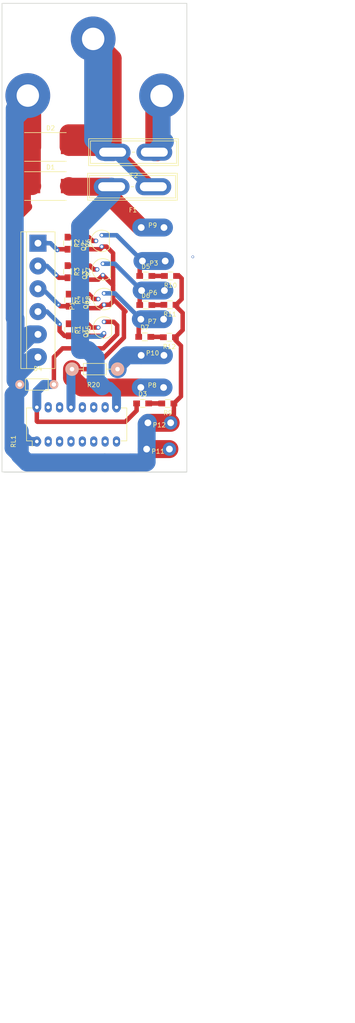
<source format=kicad_pcb>
(kicad_pcb (version 4) (host pcbnew 4.0.6)

  (general
    (links 63)
    (no_connects 0)
    (area 33.269 44.857999 112.898001 272.896001)
    (thickness 1.6)
    (drawings 19)
    (tracks 241)
    (zones 0)
    (modules 39)
    (nets 23)
  )

  (page A4)
  (layers
    (0 F.Cu signal)
    (31 B.Cu signal)
    (32 B.Adhes user)
    (33 F.Adhes user)
    (34 B.Paste user)
    (35 F.Paste user)
    (36 B.SilkS user)
    (37 F.SilkS user)
    (38 B.Mask user)
    (39 F.Mask user)
    (40 Dwgs.User user)
    (41 Cmts.User user)
    (42 Eco1.User user)
    (43 Eco2.User user)
    (44 Edge.Cuts user)
    (45 Margin user)
    (46 B.CrtYd user)
    (47 F.CrtYd user)
    (48 B.Fab user)
    (49 F.Fab user)
  )

  (setup
    (last_trace_width 1)
    (trace_clearance 0.5)
    (zone_clearance 1)
    (zone_45_only no)
    (trace_min 0.2)
    (segment_width 0.2)
    (edge_width 0.15)
    (via_size 0.6)
    (via_drill 0.4)
    (via_min_size 0.4)
    (via_min_drill 0.3)
    (uvia_size 0.3)
    (uvia_drill 0.1)
    (uvias_allowed no)
    (uvia_min_size 0.2)
    (uvia_min_drill 0.1)
    (pcb_text_width 0.3)
    (pcb_text_size 1.5 1.5)
    (mod_edge_width 0.15)
    (mod_text_size 1 1)
    (mod_text_width 0.15)
    (pad_size 1.524 1.524)
    (pad_drill 0.762)
    (pad_to_mask_clearance 0.2)
    (aux_axis_origin 67.26 58.32)
    (visible_elements FFFFFF7F)
    (pcbplotparams
      (layerselection 0x01000_80000001)
      (usegerberextensions false)
      (excludeedgelayer true)
      (linewidth 0.100000)
      (plotframeref false)
      (viasonmask false)
      (mode 1)
      (useauxorigin true)
      (hpglpennumber 1)
      (hpglpenspeed 20)
      (hpglpendiameter 15)
      (hpglpenoverlay 2)
      (psnegative false)
      (psa4output false)
      (plotreference true)
      (plotvalue true)
      (plotinvisibletext false)
      (padsonsilk false)
      (subtractmaskfromsilk false)
      (outputformat 1)
      (mirror false)
      (drillshape 0)
      (scaleselection 1)
      (outputdirectory ""))
  )

  (net 0 "")
  (net 1 BatteryProtected+)
  (net 2 Battery+)
  (net 3 BatterySwitched+)
  (net 4 Excitation)
  (net 5 StopBtn)
  (net 6 OnOffBtn)
  (net 7 GlowBtn)
  (net 8 StartBtn)
  (net 9 "Net-(Q1-Pad2)")
  (net 10 "Net-(Q2-Pad2)")
  (net 11 "Net-(Q3-Pad2)")
  (net 12 "Net-(Q4-Pad2)")
  (net 13 BatteryUnfused+)
  (net 14 GND)
  (net 15 Stop)
  (net 16 Glow)
  (net 17 Start)
  (net 18 "Net-(D3-Pad1)")
  (net 19 "Net-(D3-Pad2)")
  (net 20 "Net-(D5-Pad2)")
  (net 21 "Net-(D6-Pad2)")
  (net 22 "Net-(D7-Pad2)")

  (net_class Default "This is the default net class."
    (clearance 0.5)
    (trace_width 1)
    (via_dia 0.6)
    (via_drill 0.4)
    (uvia_dia 0.3)
    (uvia_drill 0.1)
    (add_net Battery+)
    (add_net BatteryProtected+)
    (add_net BatterySwitched+)
    (add_net BatteryUnfused+)
    (add_net Excitation)
    (add_net GND)
    (add_net Glow)
    (add_net GlowBtn)
    (add_net "Net-(D3-Pad1)")
    (add_net "Net-(D3-Pad2)")
    (add_net "Net-(D5-Pad2)")
    (add_net "Net-(D6-Pad2)")
    (add_net "Net-(D7-Pad2)")
    (add_net "Net-(Q1-Pad2)")
    (add_net "Net-(Q2-Pad2)")
    (add_net "Net-(Q3-Pad2)")
    (add_net "Net-(Q4-Pad2)")
    (add_net OnOffBtn)
    (add_net Start)
    (add_net StartBtn)
    (add_net Stop)
    (add_net StopBtn)
  )

  (net_class 2m ""
    (clearance 0.5)
    (trace_width 2)
    (via_dia 0.6)
    (via_drill 0.4)
    (uvia_dia 0.3)
    (uvia_drill 0.1)
  )

  (net_class 4m ""
    (clearance 0.5)
    (trace_width 4)
    (via_dia 0.6)
    (via_drill 0.4)
    (uvia_dia 0.3)
    (uvia_drill 0.1)
  )

  (module Diodes_SMD:DO-214AB_Handsoldering (layer F.Cu) (tedit 55429DAE) (tstamp 61057511)
    (at 44.975 86.325)
    (descr "Jedec DO-214AB diode package. Designed according to Fairchild SS32 datasheet.")
    (tags "DO-214AB diode Handsoldering")
    (path /61026462)
    (attr smd)
    (fp_text reference D1 (at 0 -4.2) (layer F.SilkS)
      (effects (font (size 1 1) (thickness 0.15)))
    )
    (fp_text value "SMBJ30CA-TR TSV" (at 0 4.6) (layer F.Fab)
      (effects (font (size 1 1) (thickness 0.15)))
    )
    (fp_line (start -6.15 -3.45) (end 6.15 -3.45) (layer F.CrtYd) (width 0.05))
    (fp_line (start 6.15 -3.45) (end 6.15 3.45) (layer F.CrtYd) (width 0.05))
    (fp_line (start 6.15 3.45) (end -6.15 3.45) (layer F.CrtYd) (width 0.05))
    (fp_line (start -6.15 3.45) (end -6.15 -3.45) (layer F.CrtYd) (width 0.05))
    (fp_line (start 3.5 3.2) (end -5.8 3.2) (layer F.SilkS) (width 0.15))
    (fp_line (start -5.8 -3.2) (end 3.5 -3.2) (layer F.SilkS) (width 0.15))
    (pad 2 smd rect (at 4.1 0) (size 3.6 3.2) (layers F.Cu F.Paste F.Mask)
      (net 1 BatteryProtected+))
    (pad 1 smd rect (at -4.1 0) (size 3.6 3.2) (layers F.Cu F.Paste F.Mask)
      (net 14 GND))
    (model Diodes_SMD.3dshapes/DO-214AB_Handsoldering.wrl
      (at (xyz 0 0 0))
      (scale (xyz 0.39 0.39 0.39))
      (rotate (xyz 0 0 180))
    )
  )

  (module Resistors_ThroughHole:Resistor_Horizontal_RM7mm (layer F.Cu) (tedit 569FCF07) (tstamp 6105751D)
    (at 38.1 130.556)
    (descr "Resistor, Axial,  RM 7.62mm, 1/3W,")
    (tags "Resistor Axial RM 7.62mm 1/3W R3")
    (path /6107E381)
    (fp_text reference D4 (at 4.05892 -3.50012) (layer F.SilkS)
      (effects (font (size 1 1) (thickness 0.15)))
    )
    (fp_text value 1N5819 (at 3.81 3.81) (layer F.Fab)
      (effects (font (size 1 1) (thickness 0.15)))
    )
    (fp_line (start -1.25 -1.5) (end 8.85 -1.5) (layer F.CrtYd) (width 0.05))
    (fp_line (start -1.25 1.5) (end -1.25 -1.5) (layer F.CrtYd) (width 0.05))
    (fp_line (start 8.85 -1.5) (end 8.85 1.5) (layer F.CrtYd) (width 0.05))
    (fp_line (start -1.25 1.5) (end 8.85 1.5) (layer F.CrtYd) (width 0.05))
    (fp_line (start 1.27 -1.27) (end 6.35 -1.27) (layer F.SilkS) (width 0.15))
    (fp_line (start 6.35 -1.27) (end 6.35 1.27) (layer F.SilkS) (width 0.15))
    (fp_line (start 6.35 1.27) (end 1.27 1.27) (layer F.SilkS) (width 0.15))
    (fp_line (start 1.27 1.27) (end 1.27 -1.27) (layer F.SilkS) (width 0.15))
    (pad 1 thru_hole circle (at 0 0) (size 1.99898 1.99898) (drill 1.00076) (layers *.Cu *.SilkS *.Mask)
      (net 14 GND))
    (pad 2 thru_hole circle (at 7.62 0) (size 1.99898 1.99898) (drill 1.00076) (layers *.Cu *.SilkS *.Mask)
      (net 18 "Net-(D3-Pad1)"))
  )

  (module TO_SOT_Packages_THT:TO-92_Molded_Narrow (layer F.Cu) (tedit 54F242E1) (tstamp 610575B2)
    (at 56.896 119.126 90)
    (descr "TO-92 leads molded, narrow, drill 0.6mm (see NXP sot054_po.pdf)")
    (tags "to-92 sc-43 sc-43a sot54 PA33 transistor")
    (path /6107BD07)
    (fp_text reference Q1 (at 0 -4 90) (layer F.SilkS)
      (effects (font (size 1 1) (thickness 0.15)))
    )
    (fp_text value 2N2907 (at 0 3 90) (layer F.Fab)
      (effects (font (size 1 1) (thickness 0.15)))
    )
    (fp_line (start -1.4 1.95) (end -1.4 -2.65) (layer F.CrtYd) (width 0.05))
    (fp_line (start -1.4 1.95) (end 3.9 1.95) (layer F.CrtYd) (width 0.05))
    (fp_line (start -0.43 1.7) (end 2.97 1.7) (layer F.SilkS) (width 0.15))
    (fp_arc (start 1.27 0) (end 1.27 -2.4) (angle -135) (layer F.SilkS) (width 0.15))
    (fp_arc (start 1.27 0) (end 1.27 -2.4) (angle 135) (layer F.SilkS) (width 0.15))
    (fp_line (start -1.4 -2.65) (end 3.9 -2.65) (layer F.CrtYd) (width 0.05))
    (fp_line (start 3.9 1.95) (end 3.9 -2.65) (layer F.CrtYd) (width 0.05))
    (pad 2 thru_hole circle (at 1.27 -1.27 180) (size 1.00076 1.00076) (drill 0.6) (layers *.Cu *.Mask)
      (net 9 "Net-(Q1-Pad2)"))
    (pad 3 thru_hole circle (at 2.54 0 180) (size 1.00076 1.00076) (drill 0.6) (layers *.Cu *.Mask)
      (net 18 "Net-(D3-Pad1)"))
    (pad 1 thru_hole circle (at 0 0 180) (size 1.00076 1.00076) (drill 0.6) (layers *.Cu *.Mask)
      (net 1 BatteryProtected+))
    (model TO_SOT_Packages_THT.3dshapes/TO-92_Molded_Narrow.wrl
      (at (xyz 0.05 0 0))
      (scale (xyz 1 1 1))
      (rotate (xyz 0 0 -90))
    )
  )

  (module TO_SOT_Packages_THT:TO-92_Molded_Narrow (layer F.Cu) (tedit 54F242E1) (tstamp 610575B9)
    (at 56.388 99.822 90)
    (descr "TO-92 leads molded, narrow, drill 0.6mm (see NXP sot054_po.pdf)")
    (tags "to-92 sc-43 sc-43a sot54 PA33 transistor")
    (path /6107FB8C)
    (fp_text reference Q2 (at 0 -4 90) (layer F.SilkS)
      (effects (font (size 1 1) (thickness 0.15)))
    )
    (fp_text value 2N2907 (at 0 3 90) (layer F.Fab)
      (effects (font (size 1 1) (thickness 0.15)))
    )
    (fp_line (start -1.4 1.95) (end -1.4 -2.65) (layer F.CrtYd) (width 0.05))
    (fp_line (start -1.4 1.95) (end 3.9 1.95) (layer F.CrtYd) (width 0.05))
    (fp_line (start -0.43 1.7) (end 2.97 1.7) (layer F.SilkS) (width 0.15))
    (fp_arc (start 1.27 0) (end 1.27 -2.4) (angle -135) (layer F.SilkS) (width 0.15))
    (fp_arc (start 1.27 0) (end 1.27 -2.4) (angle 135) (layer F.SilkS) (width 0.15))
    (fp_line (start -1.4 -2.65) (end 3.9 -2.65) (layer F.CrtYd) (width 0.05))
    (fp_line (start 3.9 1.95) (end 3.9 -2.65) (layer F.CrtYd) (width 0.05))
    (pad 2 thru_hole circle (at 1.27 -1.27 180) (size 1.00076 1.00076) (drill 0.6) (layers *.Cu *.Mask)
      (net 10 "Net-(Q2-Pad2)"))
    (pad 3 thru_hole circle (at 2.54 0 180) (size 1.00076 1.00076) (drill 0.6) (layers *.Cu *.Mask)
      (net 17 Start))
    (pad 1 thru_hole circle (at 0 0 180) (size 1.00076 1.00076) (drill 0.6) (layers *.Cu *.Mask)
      (net 3 BatterySwitched+))
    (model TO_SOT_Packages_THT.3dshapes/TO-92_Molded_Narrow.wrl
      (at (xyz 0.05 0 0))
      (scale (xyz 1 1 1))
      (rotate (xyz 0 0 -90))
    )
  )

  (module TO_SOT_Packages_THT:TO-92_Molded_Narrow (layer F.Cu) (tedit 54F242E1) (tstamp 610575C0)
    (at 56.642 106.172 90)
    (descr "TO-92 leads molded, narrow, drill 0.6mm (see NXP sot054_po.pdf)")
    (tags "to-92 sc-43 sc-43a sot54 PA33 transistor")
    (path /610816AD)
    (fp_text reference Q3 (at 0 -4 90) (layer F.SilkS)
      (effects (font (size 1 1) (thickness 0.15)))
    )
    (fp_text value 2N2907 (at 0 3 90) (layer F.Fab)
      (effects (font (size 1 1) (thickness 0.15)))
    )
    (fp_line (start -1.4 1.95) (end -1.4 -2.65) (layer F.CrtYd) (width 0.05))
    (fp_line (start -1.4 1.95) (end 3.9 1.95) (layer F.CrtYd) (width 0.05))
    (fp_line (start -0.43 1.7) (end 2.97 1.7) (layer F.SilkS) (width 0.15))
    (fp_arc (start 1.27 0) (end 1.27 -2.4) (angle -135) (layer F.SilkS) (width 0.15))
    (fp_arc (start 1.27 0) (end 1.27 -2.4) (angle 135) (layer F.SilkS) (width 0.15))
    (fp_line (start -1.4 -2.65) (end 3.9 -2.65) (layer F.CrtYd) (width 0.05))
    (fp_line (start 3.9 1.95) (end 3.9 -2.65) (layer F.CrtYd) (width 0.05))
    (pad 2 thru_hole circle (at 1.27 -1.27 180) (size 1.00076 1.00076) (drill 0.6) (layers *.Cu *.Mask)
      (net 11 "Net-(Q3-Pad2)"))
    (pad 3 thru_hole circle (at 2.54 0 180) (size 1.00076 1.00076) (drill 0.6) (layers *.Cu *.Mask)
      (net 15 Stop))
    (pad 1 thru_hole circle (at 0 0 180) (size 1.00076 1.00076) (drill 0.6) (layers *.Cu *.Mask)
      (net 3 BatterySwitched+))
    (model TO_SOT_Packages_THT.3dshapes/TO-92_Molded_Narrow.wrl
      (at (xyz 0.05 0 0))
      (scale (xyz 1 1 1))
      (rotate (xyz 0 0 -90))
    )
  )

  (module TO_SOT_Packages_THT:TO-92_Molded_Narrow (layer F.Cu) (tedit 54F242E1) (tstamp 610575C7)
    (at 56.896 112.776 90)
    (descr "TO-92 leads molded, narrow, drill 0.6mm (see NXP sot054_po.pdf)")
    (tags "to-92 sc-43 sc-43a sot54 PA33 transistor")
    (path /61081A64)
    (fp_text reference Q4 (at 0 -4 90) (layer F.SilkS)
      (effects (font (size 1 1) (thickness 0.15)))
    )
    (fp_text value 2N2907 (at 0 3 90) (layer F.Fab)
      (effects (font (size 1 1) (thickness 0.15)))
    )
    (fp_line (start -1.4 1.95) (end -1.4 -2.65) (layer F.CrtYd) (width 0.05))
    (fp_line (start -1.4 1.95) (end 3.9 1.95) (layer F.CrtYd) (width 0.05))
    (fp_line (start -0.43 1.7) (end 2.97 1.7) (layer F.SilkS) (width 0.15))
    (fp_arc (start 1.27 0) (end 1.27 -2.4) (angle -135) (layer F.SilkS) (width 0.15))
    (fp_arc (start 1.27 0) (end 1.27 -2.4) (angle 135) (layer F.SilkS) (width 0.15))
    (fp_line (start -1.4 -2.65) (end 3.9 -2.65) (layer F.CrtYd) (width 0.05))
    (fp_line (start 3.9 1.95) (end 3.9 -2.65) (layer F.CrtYd) (width 0.05))
    (pad 2 thru_hole circle (at 1.27 -1.27 180) (size 1.00076 1.00076) (drill 0.6) (layers *.Cu *.Mask)
      (net 12 "Net-(Q4-Pad2)"))
    (pad 3 thru_hole circle (at 2.54 0 180) (size 1.00076 1.00076) (drill 0.6) (layers *.Cu *.Mask)
      (net 16 Glow))
    (pad 1 thru_hole circle (at 0 0 180) (size 1.00076 1.00076) (drill 0.6) (layers *.Cu *.Mask)
      (net 3 BatterySwitched+))
    (model TO_SOT_Packages_THT.3dshapes/TO-92_Molded_Narrow.wrl
      (at (xyz 0.05 0 0))
      (scale (xyz 1 1 1))
      (rotate (xyz 0 0 -90))
    )
  )

  (module Resistors_SMD:R_0805_HandSoldering (layer F.Cu) (tedit 58307B90) (tstamp 610575D4)
    (at 49.022 118.364 270)
    (descr "Resistor SMD 0805, hand soldering")
    (tags "resistor 0805")
    (path /6107BF1E)
    (attr smd)
    (fp_text reference R1 (at 0 -2.1 270) (layer F.SilkS)
      (effects (font (size 1 1) (thickness 0.15)))
    )
    (fp_text value 1K (at 0 2.1 270) (layer F.Fab)
      (effects (font (size 1 1) (thickness 0.15)))
    )
    (fp_line (start -1 0.625) (end -1 -0.625) (layer F.Fab) (width 0.1))
    (fp_line (start 1 0.625) (end -1 0.625) (layer F.Fab) (width 0.1))
    (fp_line (start 1 -0.625) (end 1 0.625) (layer F.Fab) (width 0.1))
    (fp_line (start -1 -0.625) (end 1 -0.625) (layer F.Fab) (width 0.1))
    (fp_line (start -2.4 -1) (end 2.4 -1) (layer F.CrtYd) (width 0.05))
    (fp_line (start -2.4 1) (end 2.4 1) (layer F.CrtYd) (width 0.05))
    (fp_line (start -2.4 -1) (end -2.4 1) (layer F.CrtYd) (width 0.05))
    (fp_line (start 2.4 -1) (end 2.4 1) (layer F.CrtYd) (width 0.05))
    (fp_line (start 0.6 0.875) (end -0.6 0.875) (layer F.SilkS) (width 0.15))
    (fp_line (start -0.6 -0.875) (end 0.6 -0.875) (layer F.SilkS) (width 0.15))
    (pad 1 smd rect (at -1.35 0 270) (size 1.5 1.3) (layers F.Cu F.Paste F.Mask)
      (net 9 "Net-(Q1-Pad2)"))
    (pad 2 smd rect (at 1.35 0 270) (size 1.5 1.3) (layers F.Cu F.Paste F.Mask)
      (net 6 OnOffBtn))
    (model Resistors_SMD.3dshapes/R_0805_HandSoldering.wrl
      (at (xyz 0 0 0))
      (scale (xyz 1 1 1))
      (rotate (xyz 0 0 0))
    )
  )

  (module Resistors_SMD:R_0805_HandSoldering (layer F.Cu) (tedit 58307B90) (tstamp 610575DA)
    (at 48.768 99.06 270)
    (descr "Resistor SMD 0805, hand soldering")
    (tags "resistor 0805")
    (path /6107FB92)
    (attr smd)
    (fp_text reference R2 (at 0 -2.1 270) (layer F.SilkS)
      (effects (font (size 1 1) (thickness 0.15)))
    )
    (fp_text value 1K (at 0 2.1 270) (layer F.Fab)
      (effects (font (size 1 1) (thickness 0.15)))
    )
    (fp_line (start -1 0.625) (end -1 -0.625) (layer F.Fab) (width 0.1))
    (fp_line (start 1 0.625) (end -1 0.625) (layer F.Fab) (width 0.1))
    (fp_line (start 1 -0.625) (end 1 0.625) (layer F.Fab) (width 0.1))
    (fp_line (start -1 -0.625) (end 1 -0.625) (layer F.Fab) (width 0.1))
    (fp_line (start -2.4 -1) (end 2.4 -1) (layer F.CrtYd) (width 0.05))
    (fp_line (start -2.4 1) (end 2.4 1) (layer F.CrtYd) (width 0.05))
    (fp_line (start -2.4 -1) (end -2.4 1) (layer F.CrtYd) (width 0.05))
    (fp_line (start 2.4 -1) (end 2.4 1) (layer F.CrtYd) (width 0.05))
    (fp_line (start 0.6 0.875) (end -0.6 0.875) (layer F.SilkS) (width 0.15))
    (fp_line (start -0.6 -0.875) (end 0.6 -0.875) (layer F.SilkS) (width 0.15))
    (pad 1 smd rect (at -1.35 0 270) (size 1.5 1.3) (layers F.Cu F.Paste F.Mask)
      (net 10 "Net-(Q2-Pad2)"))
    (pad 2 smd rect (at 1.35 0 270) (size 1.5 1.3) (layers F.Cu F.Paste F.Mask)
      (net 8 StartBtn))
    (model Resistors_SMD.3dshapes/R_0805_HandSoldering.wrl
      (at (xyz 0 0 0))
      (scale (xyz 1 1 1))
      (rotate (xyz 0 0 0))
    )
  )

  (module Resistors_SMD:R_0805_HandSoldering (layer F.Cu) (tedit 58307B90) (tstamp 610575E0)
    (at 48.768 105.41 270)
    (descr "Resistor SMD 0805, hand soldering")
    (tags "resistor 0805")
    (path /610816B3)
    (attr smd)
    (fp_text reference R3 (at 0 -2.1 270) (layer F.SilkS)
      (effects (font (size 1 1) (thickness 0.15)))
    )
    (fp_text value 1K (at 0 2.1 270) (layer F.Fab)
      (effects (font (size 1 1) (thickness 0.15)))
    )
    (fp_line (start -1 0.625) (end -1 -0.625) (layer F.Fab) (width 0.1))
    (fp_line (start 1 0.625) (end -1 0.625) (layer F.Fab) (width 0.1))
    (fp_line (start 1 -0.625) (end 1 0.625) (layer F.Fab) (width 0.1))
    (fp_line (start -1 -0.625) (end 1 -0.625) (layer F.Fab) (width 0.1))
    (fp_line (start -2.4 -1) (end 2.4 -1) (layer F.CrtYd) (width 0.05))
    (fp_line (start -2.4 1) (end 2.4 1) (layer F.CrtYd) (width 0.05))
    (fp_line (start -2.4 -1) (end -2.4 1) (layer F.CrtYd) (width 0.05))
    (fp_line (start 2.4 -1) (end 2.4 1) (layer F.CrtYd) (width 0.05))
    (fp_line (start 0.6 0.875) (end -0.6 0.875) (layer F.SilkS) (width 0.15))
    (fp_line (start -0.6 -0.875) (end 0.6 -0.875) (layer F.SilkS) (width 0.15))
    (pad 1 smd rect (at -1.35 0 270) (size 1.5 1.3) (layers F.Cu F.Paste F.Mask)
      (net 11 "Net-(Q3-Pad2)"))
    (pad 2 smd rect (at 1.35 0 270) (size 1.5 1.3) (layers F.Cu F.Paste F.Mask)
      (net 5 StopBtn))
    (model Resistors_SMD.3dshapes/R_0805_HandSoldering.wrl
      (at (xyz 0 0 0))
      (scale (xyz 1 1 1))
      (rotate (xyz 0 0 0))
    )
  )

  (module Resistors_SMD:R_0805_HandSoldering (layer F.Cu) (tedit 58307B90) (tstamp 610575E6)
    (at 49.022 111.76 270)
    (descr "Resistor SMD 0805, hand soldering")
    (tags "resistor 0805")
    (path /61081A6A)
    (attr smd)
    (fp_text reference R4 (at 0 -2.1 270) (layer F.SilkS)
      (effects (font (size 1 1) (thickness 0.15)))
    )
    (fp_text value 1K (at 0 2.1 270) (layer F.Fab)
      (effects (font (size 1 1) (thickness 0.15)))
    )
    (fp_line (start -1 0.625) (end -1 -0.625) (layer F.Fab) (width 0.1))
    (fp_line (start 1 0.625) (end -1 0.625) (layer F.Fab) (width 0.1))
    (fp_line (start 1 -0.625) (end 1 0.625) (layer F.Fab) (width 0.1))
    (fp_line (start -1 -0.625) (end 1 -0.625) (layer F.Fab) (width 0.1))
    (fp_line (start -2.4 -1) (end 2.4 -1) (layer F.CrtYd) (width 0.05))
    (fp_line (start -2.4 1) (end 2.4 1) (layer F.CrtYd) (width 0.05))
    (fp_line (start -2.4 -1) (end -2.4 1) (layer F.CrtYd) (width 0.05))
    (fp_line (start 2.4 -1) (end 2.4 1) (layer F.CrtYd) (width 0.05))
    (fp_line (start 0.6 0.875) (end -0.6 0.875) (layer F.SilkS) (width 0.15))
    (fp_line (start -0.6 -0.875) (end 0.6 -0.875) (layer F.SilkS) (width 0.15))
    (pad 1 smd rect (at -1.35 0 270) (size 1.5 1.3) (layers F.Cu F.Paste F.Mask)
      (net 12 "Net-(Q4-Pad2)"))
    (pad 2 smd rect (at 1.35 0 270) (size 1.5 1.3) (layers F.Cu F.Paste F.Mask)
      (net 7 GlowBtn))
    (model Resistors_SMD.3dshapes/R_0805_HandSoldering.wrl
      (at (xyz 0 0 0))
      (scale (xyz 1 1 1))
      (rotate (xyz 0 0 0))
    )
  )

  (module Resistors_SMD:R_0805_HandSoldering (layer F.Cu) (tedit 58307B90) (tstamp 610575EC)
    (at 51.308 118.364 270)
    (descr "Resistor SMD 0805, hand soldering")
    (tags "resistor 0805")
    (path /6107DC1B)
    (attr smd)
    (fp_text reference R5 (at 0 -2.1 270) (layer F.SilkS)
      (effects (font (size 1 1) (thickness 0.15)))
    )
    (fp_text value 10K (at 0 2.1 270) (layer F.Fab)
      (effects (font (size 1 1) (thickness 0.15)))
    )
    (fp_line (start -1 0.625) (end -1 -0.625) (layer F.Fab) (width 0.1))
    (fp_line (start 1 0.625) (end -1 0.625) (layer F.Fab) (width 0.1))
    (fp_line (start 1 -0.625) (end 1 0.625) (layer F.Fab) (width 0.1))
    (fp_line (start -1 -0.625) (end 1 -0.625) (layer F.Fab) (width 0.1))
    (fp_line (start -2.4 -1) (end 2.4 -1) (layer F.CrtYd) (width 0.05))
    (fp_line (start -2.4 1) (end 2.4 1) (layer F.CrtYd) (width 0.05))
    (fp_line (start -2.4 -1) (end -2.4 1) (layer F.CrtYd) (width 0.05))
    (fp_line (start 2.4 -1) (end 2.4 1) (layer F.CrtYd) (width 0.05))
    (fp_line (start 0.6 0.875) (end -0.6 0.875) (layer F.SilkS) (width 0.15))
    (fp_line (start -0.6 -0.875) (end 0.6 -0.875) (layer F.SilkS) (width 0.15))
    (pad 1 smd rect (at -1.35 0 270) (size 1.5 1.3) (layers F.Cu F.Paste F.Mask)
      (net 9 "Net-(Q1-Pad2)"))
    (pad 2 smd rect (at 1.35 0 270) (size 1.5 1.3) (layers F.Cu F.Paste F.Mask)
      (net 1 BatteryProtected+))
    (model Resistors_SMD.3dshapes/R_0805_HandSoldering.wrl
      (at (xyz 0 0 0))
      (scale (xyz 1 1 1))
      (rotate (xyz 0 0 0))
    )
  )

  (module Resistors_SMD:R_0805_HandSoldering (layer F.Cu) (tedit 58307B90) (tstamp 610575F2)
    (at 51.308 99.06 270)
    (descr "Resistor SMD 0805, hand soldering")
    (tags "resistor 0805")
    (path /6107FB99)
    (attr smd)
    (fp_text reference R6 (at 0 -2.1 270) (layer F.SilkS)
      (effects (font (size 1 1) (thickness 0.15)))
    )
    (fp_text value 10K (at 0 2.1 270) (layer F.Fab)
      (effects (font (size 1 1) (thickness 0.15)))
    )
    (fp_line (start -1 0.625) (end -1 -0.625) (layer F.Fab) (width 0.1))
    (fp_line (start 1 0.625) (end -1 0.625) (layer F.Fab) (width 0.1))
    (fp_line (start 1 -0.625) (end 1 0.625) (layer F.Fab) (width 0.1))
    (fp_line (start -1 -0.625) (end 1 -0.625) (layer F.Fab) (width 0.1))
    (fp_line (start -2.4 -1) (end 2.4 -1) (layer F.CrtYd) (width 0.05))
    (fp_line (start -2.4 1) (end 2.4 1) (layer F.CrtYd) (width 0.05))
    (fp_line (start -2.4 -1) (end -2.4 1) (layer F.CrtYd) (width 0.05))
    (fp_line (start 2.4 -1) (end 2.4 1) (layer F.CrtYd) (width 0.05))
    (fp_line (start 0.6 0.875) (end -0.6 0.875) (layer F.SilkS) (width 0.15))
    (fp_line (start -0.6 -0.875) (end 0.6 -0.875) (layer F.SilkS) (width 0.15))
    (pad 1 smd rect (at -1.35 0 270) (size 1.5 1.3) (layers F.Cu F.Paste F.Mask)
      (net 10 "Net-(Q2-Pad2)"))
    (pad 2 smd rect (at 1.35 0 270) (size 1.5 1.3) (layers F.Cu F.Paste F.Mask)
      (net 3 BatterySwitched+))
    (model Resistors_SMD.3dshapes/R_0805_HandSoldering.wrl
      (at (xyz 0 0 0))
      (scale (xyz 1 1 1))
      (rotate (xyz 0 0 0))
    )
  )

  (module Resistors_SMD:R_0805_HandSoldering (layer F.Cu) (tedit 58307B90) (tstamp 610575F8)
    (at 51.308 105.41 270)
    (descr "Resistor SMD 0805, hand soldering")
    (tags "resistor 0805")
    (path /610816B9)
    (attr smd)
    (fp_text reference R7 (at 0 -2.1 270) (layer F.SilkS)
      (effects (font (size 1 1) (thickness 0.15)))
    )
    (fp_text value 10K (at 0 2.1 270) (layer F.Fab)
      (effects (font (size 1 1) (thickness 0.15)))
    )
    (fp_line (start -1 0.625) (end -1 -0.625) (layer F.Fab) (width 0.1))
    (fp_line (start 1 0.625) (end -1 0.625) (layer F.Fab) (width 0.1))
    (fp_line (start 1 -0.625) (end 1 0.625) (layer F.Fab) (width 0.1))
    (fp_line (start -1 -0.625) (end 1 -0.625) (layer F.Fab) (width 0.1))
    (fp_line (start -2.4 -1) (end 2.4 -1) (layer F.CrtYd) (width 0.05))
    (fp_line (start -2.4 1) (end 2.4 1) (layer F.CrtYd) (width 0.05))
    (fp_line (start -2.4 -1) (end -2.4 1) (layer F.CrtYd) (width 0.05))
    (fp_line (start 2.4 -1) (end 2.4 1) (layer F.CrtYd) (width 0.05))
    (fp_line (start 0.6 0.875) (end -0.6 0.875) (layer F.SilkS) (width 0.15))
    (fp_line (start -0.6 -0.875) (end 0.6 -0.875) (layer F.SilkS) (width 0.15))
    (pad 1 smd rect (at -1.35 0 270) (size 1.5 1.3) (layers F.Cu F.Paste F.Mask)
      (net 11 "Net-(Q3-Pad2)"))
    (pad 2 smd rect (at 1.35 0 270) (size 1.5 1.3) (layers F.Cu F.Paste F.Mask)
      (net 3 BatterySwitched+))
    (model Resistors_SMD.3dshapes/R_0805_HandSoldering.wrl
      (at (xyz 0 0 0))
      (scale (xyz 1 1 1))
      (rotate (xyz 0 0 0))
    )
  )

  (module Resistors_SMD:R_0805_HandSoldering (layer F.Cu) (tedit 58307B90) (tstamp 610575FE)
    (at 51.308 111.76 270)
    (descr "Resistor SMD 0805, hand soldering")
    (tags "resistor 0805")
    (path /61081A70)
    (attr smd)
    (fp_text reference R8 (at 0 -2.1 270) (layer F.SilkS)
      (effects (font (size 1 1) (thickness 0.15)))
    )
    (fp_text value 10K (at 0 2.1 270) (layer F.Fab)
      (effects (font (size 1 1) (thickness 0.15)))
    )
    (fp_line (start -1 0.625) (end -1 -0.625) (layer F.Fab) (width 0.1))
    (fp_line (start 1 0.625) (end -1 0.625) (layer F.Fab) (width 0.1))
    (fp_line (start 1 -0.625) (end 1 0.625) (layer F.Fab) (width 0.1))
    (fp_line (start -1 -0.625) (end 1 -0.625) (layer F.Fab) (width 0.1))
    (fp_line (start -2.4 -1) (end 2.4 -1) (layer F.CrtYd) (width 0.05))
    (fp_line (start -2.4 1) (end 2.4 1) (layer F.CrtYd) (width 0.05))
    (fp_line (start -2.4 -1) (end -2.4 1) (layer F.CrtYd) (width 0.05))
    (fp_line (start 2.4 -1) (end 2.4 1) (layer F.CrtYd) (width 0.05))
    (fp_line (start 0.6 0.875) (end -0.6 0.875) (layer F.SilkS) (width 0.15))
    (fp_line (start -0.6 -0.875) (end 0.6 -0.875) (layer F.SilkS) (width 0.15))
    (pad 1 smd rect (at -1.35 0 270) (size 1.5 1.3) (layers F.Cu F.Paste F.Mask)
      (net 12 "Net-(Q4-Pad2)"))
    (pad 2 smd rect (at 1.35 0 270) (size 1.5 1.3) (layers F.Cu F.Paste F.Mask)
      (net 3 BatterySwitched+))
    (model Resistors_SMD.3dshapes/R_0805_HandSoldering.wrl
      (at (xyz 0 0 0))
      (scale (xyz 1 1 1))
      (rotate (xyz 0 0 0))
    )
  )

  (module Housings_DIP:DIP-16_W7.62mm_LongPads (layer F.Cu) (tedit 54130A77) (tstamp 61057690)
    (at 41.91 143.256 90)
    (descr "16-lead dip package, row spacing 7.62 mm (300 mils), longer pads")
    (tags "dil dip 2.54 300")
    (path /6102A6C3)
    (fp_text reference RL1 (at 0 -5.22 90) (layer F.SilkS)
      (effects (font (size 1 1) (thickness 0.15)))
    )
    (fp_text value HFD2 (at 0 -3.72 90) (layer F.Fab)
      (effects (font (size 1 1) (thickness 0.15)))
    )
    (fp_line (start -1.4 -2.45) (end -1.4 20.25) (layer F.CrtYd) (width 0.05))
    (fp_line (start 9 -2.45) (end 9 20.25) (layer F.CrtYd) (width 0.05))
    (fp_line (start -1.4 -2.45) (end 9 -2.45) (layer F.CrtYd) (width 0.05))
    (fp_line (start -1.4 20.25) (end 9 20.25) (layer F.CrtYd) (width 0.05))
    (fp_line (start 0.135 -2.295) (end 0.135 -1.025) (layer F.SilkS) (width 0.15))
    (fp_line (start 7.485 -2.295) (end 7.485 -1.025) (layer F.SilkS) (width 0.15))
    (fp_line (start 7.485 20.075) (end 7.485 18.805) (layer F.SilkS) (width 0.15))
    (fp_line (start 0.135 20.075) (end 0.135 18.805) (layer F.SilkS) (width 0.15))
    (fp_line (start 0.135 -2.295) (end 7.485 -2.295) (layer F.SilkS) (width 0.15))
    (fp_line (start 0.135 20.075) (end 7.485 20.075) (layer F.SilkS) (width 0.15))
    (fp_line (start 0.135 -1.025) (end -1.15 -1.025) (layer F.SilkS) (width 0.15))
    (pad 1 thru_hole oval (at 0 0 90) (size 2.3 1.6) (drill 0.8) (layers *.Cu *.Mask)
      (net 14 GND))
    (pad 2 thru_hole oval (at 0 2.54 90) (size 2.3 1.6) (drill 0.8) (layers *.Cu *.Mask))
    (pad 3 thru_hole oval (at 0 5.08 90) (size 2.3 1.6) (drill 0.8) (layers *.Cu *.Mask))
    (pad 4 thru_hole oval (at 0 7.62 90) (size 2.3 1.6) (drill 0.8) (layers *.Cu *.Mask))
    (pad 5 thru_hole oval (at 0 10.16 90) (size 2.3 1.6) (drill 0.8) (layers *.Cu *.Mask))
    (pad 6 thru_hole oval (at 0 12.7 90) (size 2.3 1.6) (drill 0.8) (layers *.Cu *.Mask))
    (pad 7 thru_hole oval (at 0 15.24 90) (size 2.3 1.6) (drill 0.8) (layers *.Cu *.Mask))
    (pad 8 thru_hole oval (at 0 17.78 90) (size 2.3 1.6) (drill 0.8) (layers *.Cu *.Mask))
    (pad 9 thru_hole oval (at 7.62 17.78 90) (size 2.3 1.6) (drill 0.8) (layers *.Cu *.Mask)
      (net 1 BatteryProtected+))
    (pad 10 thru_hole oval (at 7.62 15.24 90) (size 2.3 1.6) (drill 0.8) (layers *.Cu *.Mask))
    (pad 11 thru_hole oval (at 7.62 12.7 90) (size 2.3 1.6) (drill 0.8) (layers *.Cu *.Mask))
    (pad 12 thru_hole oval (at 7.62 10.16 90) (size 2.3 1.6) (drill 0.8) (layers *.Cu *.Mask))
    (pad 13 thru_hole oval (at 7.62 7.62 90) (size 2.3 1.6) (drill 0.8) (layers *.Cu *.Mask)
      (net 3 BatterySwitched+))
    (pad 14 thru_hole oval (at 7.62 5.08 90) (size 2.3 1.6) (drill 0.8) (layers *.Cu *.Mask))
    (pad 15 thru_hole oval (at 7.62 2.54 90) (size 2.3 1.6) (drill 0.8) (layers *.Cu *.Mask))
    (pad 16 thru_hole oval (at 7.62 0 90) (size 2.3 1.6) (drill 0.8) (layers *.Cu *.Mask)
      (net 18 "Net-(D3-Pad1)"))
    (model Housings_DIP.3dshapes/DIP-16_W7.62mm_LongPads.wrl
      (at (xyz 0 0 0))
      (scale (xyz 1 1 1))
      (rotate (xyz 0 0 0))
    )
  )

  (module Diodes_SMD:DO-214AB_Handsoldering (layer F.Cu) (tedit 55429DAE) (tstamp 61064245)
    (at 44.98 77.61)
    (descr "Jedec DO-214AB diode package. Designed according to Fairchild SS32 datasheet.")
    (tags "DO-214AB diode Handsoldering")
    (path /610B27E6)
    (attr smd)
    (fp_text reference D2 (at 0 -4.2) (layer F.SilkS)
      (effects (font (size 1 1) (thickness 0.15)))
    )
    (fp_text value "SMBJ30CA-TR TSV" (at 0 4.6) (layer F.Fab)
      (effects (font (size 1 1) (thickness 0.15)))
    )
    (fp_line (start -6.15 -3.45) (end 6.15 -3.45) (layer F.CrtYd) (width 0.05))
    (fp_line (start 6.15 -3.45) (end 6.15 3.45) (layer F.CrtYd) (width 0.05))
    (fp_line (start 6.15 3.45) (end -6.15 3.45) (layer F.CrtYd) (width 0.05))
    (fp_line (start -6.15 3.45) (end -6.15 -3.45) (layer F.CrtYd) (width 0.05))
    (fp_line (start 3.5 3.2) (end -5.8 3.2) (layer F.SilkS) (width 0.15))
    (fp_line (start -5.8 -3.2) (end 3.5 -3.2) (layer F.SilkS) (width 0.15))
    (pad 2 smd rect (at 4.1 0) (size 3.6 3.2) (layers F.Cu F.Paste F.Mask)
      (net 2 Battery+))
    (pad 1 smd rect (at -4.1 0) (size 3.6 3.2) (layers F.Cu F.Paste F.Mask)
      (net 14 GND))
    (model Diodes_SMD.3dshapes/DO-214AB_Handsoldering.wrl
      (at (xyz 0 0 0))
      (scale (xyz 0.39 0.39 0.39))
      (rotate (xyz 0 0 180))
    )
  )

  (module Resistors_ThroughHole:Resistor_Horizontal_RM10mmLargePads (layer F.Cu) (tedit 5EE6468B) (tstamp 61064C31)
    (at 59.92 127.13 180)
    (descr "Resistor, Axial,  RM 10mm, 1/3W")
    (tags "Resistor Axial RM 10mm 1/3W")
    (path /61027E57)
    (fp_text reference R20 (at 5.32892 -3.50012 180) (layer F.SilkS)
      (effects (font (size 1 1) (thickness 0.15)))
    )
    (fp_text value "Bulb 12v5W or resistor" (at 5.08 3.81 180) (layer F.Fab)
      (effects (font (size 1 1) (thickness 0.15)))
    )
    (fp_line (start -1.25 -1.5) (end 11.4 -1.5) (layer F.CrtYd) (width 0.05))
    (fp_line (start -1.25 1.5) (end -1.25 -1.5) (layer F.CrtYd) (width 0.05))
    (fp_line (start 11.4 -1.5) (end 11.4 1.5) (layer F.CrtYd) (width 0.05))
    (fp_line (start -1.25 1.5) (end 11.4 1.5) (layer F.CrtYd) (width 0.05))
    (fp_line (start 2.54 -1.27) (end 7.62 -1.27) (layer F.SilkS) (width 0.15))
    (fp_line (start 7.62 -1.27) (end 7.62 1.27) (layer F.SilkS) (width 0.15))
    (fp_line (start 7.62 1.27) (end 2.54 1.27) (layer F.SilkS) (width 0.15))
    (fp_line (start 2.54 1.27) (end 2.54 -1.27) (layer F.SilkS) (width 0.15))
    (fp_line (start 2.54 0) (end 1.27 0) (layer F.SilkS) (width 0.15))
    (fp_line (start 7.62 0) (end 8.89 0) (layer F.SilkS) (width 0.15))
    (pad 1 thru_hole circle (at 0 0 180) (size 3 3) (drill 1.00076) (layers *.Cu *.SilkS *.Mask)
      (net 4 Excitation))
    (pad 2 thru_hole circle (at 10.16 0 180) (size 3 3) (drill 1.00076) (layers *.Cu *.SilkS *.Mask)
      (net 3 BatterySwitched+))
    (model Resistors_ThroughHole.3dshapes/Resistor_Horizontal_RM10mm.wrl
      (at (xyz 0.2 0 0))
      (scale (xyz 0.4 0.4 0.4))
      (rotate (xyz 0 0 0))
    )
  )

  (module Connect:bornier6 (layer F.Cu) (tedit 0) (tstamp 6106BEF6)
    (at 42.164 111.76 270)
    (descr "Bornier d'alimentation 4 pins")
    (tags DEV)
    (path /61026E56)
    (fp_text reference P1 (at 1.27 -7.62 270) (layer F.SilkS)
      (effects (font (size 1 1) (thickness 0.15)))
    )
    (fp_text value Buttons (at 0 7.62 270) (layer F.Fab)
      (effects (font (size 1 1) (thickness 0.15)))
    )
    (fp_line (start -15.24 -3.81) (end -15.24 3.81) (layer F.SilkS) (width 0.15))
    (fp_line (start 15.24 3.81) (end 15.24 -3.81) (layer F.SilkS) (width 0.15))
    (fp_line (start -15.24 2.54) (end 15.24 2.54) (layer F.SilkS) (width 0.15))
    (fp_line (start -15.24 -3.81) (end 15.24 -3.81) (layer F.SilkS) (width 0.15))
    (fp_line (start -15.24 3.81) (end 15.24 3.81) (layer F.SilkS) (width 0.15))
    (pad 2 thru_hole circle (at -7.62 0 270) (size 3.81 3.81) (drill 1.524) (layers *.Cu *.Mask)
      (net 5 StopBtn))
    (pad 3 thru_hole circle (at -2.54 0 270) (size 3.81 3.81) (drill 1.524) (layers *.Cu *.Mask)
      (net 7 GlowBtn))
    (pad 1 thru_hole rect (at -12.7 0 270) (size 3.81 3.81) (drill 1.524) (layers *.Cu *.Mask)
      (net 8 StartBtn))
    (pad 4 thru_hole circle (at 2.54 0 270) (size 3.81 3.81) (drill 1.524) (layers *.Cu *.Mask)
      (net 6 OnOffBtn))
    (pad 5 thru_hole circle (at 7.62 0 270) (size 3.81 3.81) (drill 1.524) (layers *.Cu *.Mask)
      (net 14 GND))
    (pad 6 thru_hole circle (at 12.7 0 270) (size 3.81 3.81) (drill 1.524) (layers *.Cu *.Mask)
      (net 14 GND))
    (model Connect.3dshapes/bornier6.wrl
      (at (xyz 0 0 0))
      (scale (xyz 1 1 1))
      (rotate (xyz 0 0 0))
    )
  )

  (module Fuse_Holders_and_Fuses:BladeFuse-CarType (layer F.Cu) (tedit 0) (tstamp 6108D5F9)
    (at 63.25 86.475 180)
    (path /6102616B)
    (fp_text reference F1 (at -0.1 -5.2 180) (layer F.SilkS)
      (effects (font (size 1 1) (thickness 0.15)))
    )
    (fp_text value "FUSE 5A" (at -0.3 6.1 180) (layer F.Fab)
      (effects (font (size 1 1) (thickness 0.15)))
    )
    (fp_line (start 0.3 0) (end -0.3 0) (layer F.SilkS) (width 0.15))
    (fp_line (start -10 -3) (end 10 -3) (layer F.SilkS) (width 0.15))
    (fp_line (start 10 -3) (end 10 3) (layer F.SilkS) (width 0.15))
    (fp_line (start 10 3) (end -10 3) (layer F.SilkS) (width 0.15))
    (fp_line (start -10 3) (end -10 -3) (layer F.SilkS) (width 0.15))
    (fp_line (start -9.6 -2.5) (end 9.6 -2.5) (layer F.SilkS) (width 0.15))
    (fp_line (start 9.6 -2.5) (end 9.6 2.5) (layer F.SilkS) (width 0.15))
    (fp_line (start 9.6 2.5) (end -9.6 2.5) (layer F.SilkS) (width 0.15))
    (fp_line (start -9.6 2.5) (end -9.6 -2.5) (layer F.SilkS) (width 0.15))
    (pad 1 thru_hole oval (at -4.65 0 180) (size 8 3.8) (drill oval 6 2) (layers *.Cu *.Mask)
      (net 2 Battery+))
    (pad 2 thru_hole oval (at 4.65 0 180) (size 8 3.8) (drill oval 6 2) (layers *.Cu *.Mask)
      (net 1 BatteryProtected+))
    (model Fuse_Holders_and_Fuses.3dshapes/BladeFuse-CarType.wrl
      (at (xyz 0 0 0))
      (scale (xyz 0.3937 0.3937 0.3937))
      (rotate (xyz 0 0 0))
    )
  )

  (module Fuse_Holders_and_Fuses:BladeFuse-CarType (layer F.Cu) (tedit 0) (tstamp 6108D607)
    (at 63.475 78.775 180)
    (path /610B26B7)
    (fp_text reference F2 (at -0.1 -5.2 180) (layer F.SilkS)
      (effects (font (size 1 1) (thickness 0.15)))
    )
    (fp_text value "FUSE 40A" (at -0.3 6.1 180) (layer F.Fab)
      (effects (font (size 1 1) (thickness 0.15)))
    )
    (fp_line (start 0.3 0) (end -0.3 0) (layer F.SilkS) (width 0.15))
    (fp_line (start -10 -3) (end 10 -3) (layer F.SilkS) (width 0.15))
    (fp_line (start 10 -3) (end 10 3) (layer F.SilkS) (width 0.15))
    (fp_line (start 10 3) (end -10 3) (layer F.SilkS) (width 0.15))
    (fp_line (start -10 3) (end -10 -3) (layer F.SilkS) (width 0.15))
    (fp_line (start -9.6 -2.5) (end 9.6 -2.5) (layer F.SilkS) (width 0.15))
    (fp_line (start 9.6 -2.5) (end 9.6 2.5) (layer F.SilkS) (width 0.15))
    (fp_line (start 9.6 2.5) (end -9.6 2.5) (layer F.SilkS) (width 0.15))
    (fp_line (start -9.6 2.5) (end -9.6 -2.5) (layer F.SilkS) (width 0.15))
    (pad 1 thru_hole oval (at -4.65 0 180) (size 8 3.8) (drill oval 6 2) (layers *.Cu *.Mask)
      (net 13 BatteryUnfused+))
    (pad 2 thru_hole oval (at 4.65 0 180) (size 8 3.8) (drill oval 6 2) (layers *.Cu *.Mask)
      (net 2 Battery+))
    (model Fuse_Holders_and_Fuses.3dshapes/BladeFuse-CarType.wrl
      (at (xyz 0 0 0))
      (scale (xyz 0.3937 0.3937 0.3937))
      (rotate (xyz 0 0 0))
    )
  )

  (module Divers:M5Bolt (layer F.Cu) (tedit 6106BC1D) (tstamp 6108D619)
    (at 54.48 53.53)
    (path /6108DB11)
    (fp_text reference P4 (at 0 0.5) (layer F.SilkS)
      (effects (font (size 1 1) (thickness 0.15)))
    )
    (fp_text value 12VFused (at 0 -0.5) (layer F.Fab)
      (effects (font (size 1 1) (thickness 0.15)))
    )
    (pad 1 thru_hole circle (at 0 0) (size 10 10) (drill 5) (layers *.Cu *.Mask)
      (net 2 Battery+))
  )

  (module Divers:M5Bolt (layer F.Cu) (tedit 6106BC1D) (tstamp 6108D61E)
    (at 69.74 66.22)
    (path /6108DB69)
    (fp_text reference P5 (at 0 0.5) (layer F.SilkS)
      (effects (font (size 1 1) (thickness 0.15)))
    )
    (fp_text value 12VIn (at 0 -0.5) (layer F.Fab)
      (effects (font (size 1 1) (thickness 0.15)))
    )
    (pad 1 thru_hole circle (at 0 0) (size 10 10) (drill 5) (layers *.Cu *.Mask)
      (net 13 BatteryUnfused+))
  )

  (module Divers:CrimpBlade (layer F.Cu) (tedit 6106BD7C) (tstamp 6108DD08)
    (at 68.01 103.03)
    (path /6108FD76)
    (fp_text reference P3 (at 0 0.5) (layer F.SilkS)
      (effects (font (size 1 1) (thickness 0.15)))
    )
    (fp_text value StartRelay (at 0 2.032) (layer F.Fab)
      (effects (font (size 1 1) (thickness 0.15)))
    )
    (pad 1 thru_hole circle (at -2.54 0) (size 3 3) (drill 1.5) (layers *.Cu *.Mask)
      (net 17 Start))
    (pad 1 thru_hole circle (at 2.54 0) (size 3 3) (drill 1.5) (layers *.Cu *.Mask)
      (net 17 Start))
  )

  (module Divers:CrimpBlade (layer F.Cu) (tedit 6106BD7C) (tstamp 6108DD0D)
    (at 67.83 109.61)
    (path /6108FDED)
    (fp_text reference P6 (at 0 0.5) (layer F.SilkS)
      (effects (font (size 1 1) (thickness 0.15)))
    )
    (fp_text value StopRelay (at 0 2.032) (layer F.Fab)
      (effects (font (size 1 1) (thickness 0.15)))
    )
    (pad 1 thru_hole circle (at -2.54 0) (size 3 3) (drill 1.5) (layers *.Cu *.Mask)
      (net 15 Stop))
    (pad 1 thru_hole circle (at 2.54 0) (size 3 3) (drill 1.5) (layers *.Cu *.Mask)
      (net 15 Stop))
  )

  (module Divers:CrimpBlade (layer F.Cu) (tedit 6106BD7C) (tstamp 6108DD12)
    (at 67.65 116.01)
    (path /6108FE4A)
    (fp_text reference P7 (at 0 0.5) (layer F.SilkS)
      (effects (font (size 1 1) (thickness 0.15)))
    )
    (fp_text value GlowRelay (at 0 2.032) (layer F.Fab)
      (effects (font (size 1 1) (thickness 0.15)))
    )
    (pad 1 thru_hole circle (at -2.54 0) (size 3 3) (drill 1.5) (layers *.Cu *.Mask)
      (net 16 Glow))
    (pad 1 thru_hole circle (at 2.54 0) (size 3 3) (drill 1.5) (layers *.Cu *.Mask)
      (net 16 Glow))
  )

  (module Divers:CrimpBlade (layer F.Cu) (tedit 6108DCFA) (tstamp 6108DD17)
    (at 67.65 131.22 180)
    (path /6108FEC0)
    (fp_text reference P8 (at 0 0.5 180) (layer F.SilkS)
      (effects (font (size 1 1) (thickness 0.15)))
    )
    (fp_text value 12VSwitched (at 0 2.032 180) (layer F.Fab)
      (effects (font (size 1 1) (thickness 0.15)))
    )
    (pad 1 thru_hole circle (at -2.54 0 180) (size 3 3) (drill 1.5) (layers *.Cu *.Mask)
      (net 3 BatterySwitched+))
    (pad 1 thru_hole circle (at 2.54 0 180) (size 3 3) (drill 1.5) (layers *.Cu *.Mask)
      (net 3 BatterySwitched+))
  )

  (module Divers:CrimpBlade (layer F.Cu) (tedit 6106BD7C) (tstamp 6108DD1C)
    (at 67.74 95.57 180)
    (path /6108FF1F)
    (fp_text reference P9 (at 0 0.5 180) (layer F.SilkS)
      (effects (font (size 1 1) (thickness 0.15)))
    )
    (fp_text value 12VProtected (at 0 2.032 180) (layer F.Fab)
      (effects (font (size 1 1) (thickness 0.15)))
    )
    (pad 1 thru_hole circle (at -2.54 0 180) (size 3 3) (drill 1.5) (layers *.Cu *.Mask)
      (net 1 BatteryProtected+))
    (pad 1 thru_hole circle (at 2.54 0 180) (size 3 3) (drill 1.5) (layers *.Cu *.Mask)
      (net 1 BatteryProtected+))
  )

  (module Divers:CrimpBlade (layer F.Cu) (tedit 6106BD7C) (tstamp 6108DD21)
    (at 67.73 124.05 180)
    (path /6108FF81)
    (fp_text reference P10 (at 0 0.5 180) (layer F.SilkS)
      (effects (font (size 1 1) (thickness 0.15)))
    )
    (fp_text value Excitation (at 0 2.032 180) (layer F.Fab)
      (effects (font (size 1 1) (thickness 0.15)))
    )
    (pad 1 thru_hole circle (at -2.54 0 180) (size 3 3) (drill 1.5) (layers *.Cu *.Mask)
      (net 4 Excitation))
    (pad 1 thru_hole circle (at 2.54 0 180) (size 3 3) (drill 1.5) (layers *.Cu *.Mask)
      (net 4 Excitation))
  )

  (module Divers:CrimpBlade (layer F.Cu) (tedit 6108E290) (tstamp 6108DE21)
    (at 68.95 144.95)
    (path /61091028)
    (fp_text reference P11 (at 0 0.5) (layer F.SilkS)
      (effects (font (size 1 1) (thickness 0.15)))
    )
    (fp_text value 0V (at 0 2.032) (layer F.Fab)
      (effects (font (size 1 1) (thickness 0.15)))
    )
    (pad 1 thru_hole circle (at -2.54 0) (size 3 3) (drill 1.5) (layers *.Cu *.Mask)
      (net 14 GND))
    (pad 1 thru_hole circle (at 2.54 0) (size 3 3) (drill 1.5) (layers *.Cu *.Mask)
      (net 14 GND))
  )

  (module Divers:CrimpBlade (layer F.Cu) (tedit 6106BD7C) (tstamp 6108DE27)
    (at 69.23 139.09)
    (path /610910FB)
    (fp_text reference P12 (at 0 0.5) (layer F.SilkS)
      (effects (font (size 1 1) (thickness 0.15)))
    )
    (fp_text value 0V (at 0 2.032) (layer F.Fab)
      (effects (font (size 1 1) (thickness 0.15)))
    )
    (pad 1 thru_hole circle (at -2.54 0) (size 3 3) (drill 1.5) (layers *.Cu *.Mask)
      (net 14 GND))
    (pad 1 thru_hole circle (at 2.54 0) (size 3 3) (drill 1.5) (layers *.Cu *.Mask)
      (net 14 GND))
  )

  (module Divers:M5Bolt (layer F.Cu) (tedit 6106BC1D) (tstamp 6108F481)
    (at 39.9 66.16 90)
    (path /61091092)
    (fp_text reference P2 (at 0 0.5 90) (layer F.SilkS)
      (effects (font (size 1 1) (thickness 0.15)))
    )
    (fp_text value 0V (at 0 -0.5 90) (layer F.Fab)
      (effects (font (size 1 1) (thickness 0.15)))
    )
    (pad 1 thru_hole circle (at 0 0 90) (size 10 10) (drill 5) (layers *.Cu *.Mask)
      (net 14 GND))
  )

  (module Resistors_SMD:R_0805_HandSoldering (layer F.Cu) (tedit 58307B90) (tstamp 6109182D)
    (at 65.52 134.77)
    (descr "Resistor SMD 0805, hand soldering")
    (tags "resistor 0805")
    (path /61092261)
    (attr smd)
    (fp_text reference D3 (at 0 -2.1) (layer F.SilkS)
      (effects (font (size 1 1) (thickness 0.15)))
    )
    (fp_text value LED (at 0 2.1) (layer F.Fab)
      (effects (font (size 1 1) (thickness 0.15)))
    )
    (fp_line (start -1 0.625) (end -1 -0.625) (layer F.Fab) (width 0.1))
    (fp_line (start 1 0.625) (end -1 0.625) (layer F.Fab) (width 0.1))
    (fp_line (start 1 -0.625) (end 1 0.625) (layer F.Fab) (width 0.1))
    (fp_line (start -1 -0.625) (end 1 -0.625) (layer F.Fab) (width 0.1))
    (fp_line (start -2.4 -1) (end 2.4 -1) (layer F.CrtYd) (width 0.05))
    (fp_line (start -2.4 1) (end 2.4 1) (layer F.CrtYd) (width 0.05))
    (fp_line (start -2.4 -1) (end -2.4 1) (layer F.CrtYd) (width 0.05))
    (fp_line (start 2.4 -1) (end 2.4 1) (layer F.CrtYd) (width 0.05))
    (fp_line (start 0.6 0.875) (end -0.6 0.875) (layer F.SilkS) (width 0.15))
    (fp_line (start -0.6 -0.875) (end 0.6 -0.875) (layer F.SilkS) (width 0.15))
    (pad 1 smd rect (at -1.35 0) (size 1.5 1.3) (layers F.Cu F.Paste F.Mask)
      (net 18 "Net-(D3-Pad1)"))
    (pad 2 smd rect (at 1.35 0) (size 1.5 1.3) (layers F.Cu F.Paste F.Mask)
      (net 19 "Net-(D3-Pad2)"))
    (model Resistors_SMD.3dshapes/R_0805_HandSoldering.wrl
      (at (xyz 0 0 0))
      (scale (xyz 1 1 1))
      (rotate (xyz 0 0 0))
    )
  )

  (module Resistors_SMD:R_0805_HandSoldering (layer F.Cu) (tedit 58307B90) (tstamp 6109183D)
    (at 66.22 106.36)
    (descr "Resistor SMD 0805, hand soldering")
    (tags "resistor 0805")
    (path /610926BA)
    (attr smd)
    (fp_text reference D5 (at 0 -2.1) (layer F.SilkS)
      (effects (font (size 1 1) (thickness 0.15)))
    )
    (fp_text value LED (at 0 2.1) (layer F.Fab)
      (effects (font (size 1 1) (thickness 0.15)))
    )
    (fp_line (start -1 0.625) (end -1 -0.625) (layer F.Fab) (width 0.1))
    (fp_line (start 1 0.625) (end -1 0.625) (layer F.Fab) (width 0.1))
    (fp_line (start 1 -0.625) (end 1 0.625) (layer F.Fab) (width 0.1))
    (fp_line (start -1 -0.625) (end 1 -0.625) (layer F.Fab) (width 0.1))
    (fp_line (start -2.4 -1) (end 2.4 -1) (layer F.CrtYd) (width 0.05))
    (fp_line (start -2.4 1) (end 2.4 1) (layer F.CrtYd) (width 0.05))
    (fp_line (start -2.4 -1) (end -2.4 1) (layer F.CrtYd) (width 0.05))
    (fp_line (start 2.4 -1) (end 2.4 1) (layer F.CrtYd) (width 0.05))
    (fp_line (start 0.6 0.875) (end -0.6 0.875) (layer F.SilkS) (width 0.15))
    (fp_line (start -0.6 -0.875) (end 0.6 -0.875) (layer F.SilkS) (width 0.15))
    (pad 1 smd rect (at -1.35 0) (size 1.5 1.3) (layers F.Cu F.Paste F.Mask)
      (net 17 Start))
    (pad 2 smd rect (at 1.35 0) (size 1.5 1.3) (layers F.Cu F.Paste F.Mask)
      (net 20 "Net-(D5-Pad2)"))
    (model Resistors_SMD.3dshapes/R_0805_HandSoldering.wrl
      (at (xyz 0 0 0))
      (scale (xyz 1 1 1))
      (rotate (xyz 0 0 0))
    )
  )

  (module Resistors_SMD:R_0805_HandSoldering (layer F.Cu) (tedit 58307B90) (tstamp 6109184D)
    (at 66.22 112.84)
    (descr "Resistor SMD 0805, hand soldering")
    (tags "resistor 0805")
    (path /6109275F)
    (attr smd)
    (fp_text reference D6 (at 0 -2.1) (layer F.SilkS)
      (effects (font (size 1 1) (thickness 0.15)))
    )
    (fp_text value LED (at 0 2.1) (layer F.Fab)
      (effects (font (size 1 1) (thickness 0.15)))
    )
    (fp_line (start -1 0.625) (end -1 -0.625) (layer F.Fab) (width 0.1))
    (fp_line (start 1 0.625) (end -1 0.625) (layer F.Fab) (width 0.1))
    (fp_line (start 1 -0.625) (end 1 0.625) (layer F.Fab) (width 0.1))
    (fp_line (start -1 -0.625) (end 1 -0.625) (layer F.Fab) (width 0.1))
    (fp_line (start -2.4 -1) (end 2.4 -1) (layer F.CrtYd) (width 0.05))
    (fp_line (start -2.4 1) (end 2.4 1) (layer F.CrtYd) (width 0.05))
    (fp_line (start -2.4 -1) (end -2.4 1) (layer F.CrtYd) (width 0.05))
    (fp_line (start 2.4 -1) (end 2.4 1) (layer F.CrtYd) (width 0.05))
    (fp_line (start 0.6 0.875) (end -0.6 0.875) (layer F.SilkS) (width 0.15))
    (fp_line (start -0.6 -0.875) (end 0.6 -0.875) (layer F.SilkS) (width 0.15))
    (pad 1 smd rect (at -1.35 0) (size 1.5 1.3) (layers F.Cu F.Paste F.Mask)
      (net 15 Stop))
    (pad 2 smd rect (at 1.35 0) (size 1.5 1.3) (layers F.Cu F.Paste F.Mask)
      (net 21 "Net-(D6-Pad2)"))
    (model Resistors_SMD.3dshapes/R_0805_HandSoldering.wrl
      (at (xyz 0 0 0))
      (scale (xyz 1 1 1))
      (rotate (xyz 0 0 0))
    )
  )

  (module Resistors_SMD:R_0805_HandSoldering (layer F.Cu) (tedit 58307B90) (tstamp 6109185D)
    (at 65.99 119.94)
    (descr "Resistor SMD 0805, hand soldering")
    (tags "resistor 0805")
    (path /610927EC)
    (attr smd)
    (fp_text reference D7 (at 0 -2.1) (layer F.SilkS)
      (effects (font (size 1 1) (thickness 0.15)))
    )
    (fp_text value LED (at 0 2.1) (layer F.Fab)
      (effects (font (size 1 1) (thickness 0.15)))
    )
    (fp_line (start -1 0.625) (end -1 -0.625) (layer F.Fab) (width 0.1))
    (fp_line (start 1 0.625) (end -1 0.625) (layer F.Fab) (width 0.1))
    (fp_line (start 1 -0.625) (end 1 0.625) (layer F.Fab) (width 0.1))
    (fp_line (start -1 -0.625) (end 1 -0.625) (layer F.Fab) (width 0.1))
    (fp_line (start -2.4 -1) (end 2.4 -1) (layer F.CrtYd) (width 0.05))
    (fp_line (start -2.4 1) (end 2.4 1) (layer F.CrtYd) (width 0.05))
    (fp_line (start -2.4 -1) (end -2.4 1) (layer F.CrtYd) (width 0.05))
    (fp_line (start 2.4 -1) (end 2.4 1) (layer F.CrtYd) (width 0.05))
    (fp_line (start 0.6 0.875) (end -0.6 0.875) (layer F.SilkS) (width 0.15))
    (fp_line (start -0.6 -0.875) (end 0.6 -0.875) (layer F.SilkS) (width 0.15))
    (pad 1 smd rect (at -1.35 0) (size 1.5 1.3) (layers F.Cu F.Paste F.Mask)
      (net 16 Glow))
    (pad 2 smd rect (at 1.35 0) (size 1.5 1.3) (layers F.Cu F.Paste F.Mask)
      (net 22 "Net-(D7-Pad2)"))
    (model Resistors_SMD.3dshapes/R_0805_HandSoldering.wrl
      (at (xyz 0 0 0))
      (scale (xyz 1 1 1))
      (rotate (xyz 0 0 0))
    )
  )

  (module Resistors_SMD:R_0805_HandSoldering (layer F.Cu) (tedit 58307B90) (tstamp 6109186D)
    (at 71.14 134.78 180)
    (descr "Resistor SMD 0805, hand soldering")
    (tags "resistor 0805")
    (path /61092307)
    (attr smd)
    (fp_text reference R9 (at 0 -2.1 180) (layer F.SilkS)
      (effects (font (size 1 1) (thickness 0.15)))
    )
    (fp_text value 10K (at 0 2.1 180) (layer F.Fab)
      (effects (font (size 1 1) (thickness 0.15)))
    )
    (fp_line (start -1 0.625) (end -1 -0.625) (layer F.Fab) (width 0.1))
    (fp_line (start 1 0.625) (end -1 0.625) (layer F.Fab) (width 0.1))
    (fp_line (start 1 -0.625) (end 1 0.625) (layer F.Fab) (width 0.1))
    (fp_line (start -1 -0.625) (end 1 -0.625) (layer F.Fab) (width 0.1))
    (fp_line (start -2.4 -1) (end 2.4 -1) (layer F.CrtYd) (width 0.05))
    (fp_line (start -2.4 1) (end 2.4 1) (layer F.CrtYd) (width 0.05))
    (fp_line (start -2.4 -1) (end -2.4 1) (layer F.CrtYd) (width 0.05))
    (fp_line (start 2.4 -1) (end 2.4 1) (layer F.CrtYd) (width 0.05))
    (fp_line (start 0.6 0.875) (end -0.6 0.875) (layer F.SilkS) (width 0.15))
    (fp_line (start -0.6 -0.875) (end 0.6 -0.875) (layer F.SilkS) (width 0.15))
    (pad 1 smd rect (at -1.35 0 180) (size 1.5 1.3) (layers F.Cu F.Paste F.Mask)
      (net 14 GND))
    (pad 2 smd rect (at 1.35 0 180) (size 1.5 1.3) (layers F.Cu F.Paste F.Mask)
      (net 19 "Net-(D3-Pad2)"))
    (model Resistors_SMD.3dshapes/R_0805_HandSoldering.wrl
      (at (xyz 0 0 0))
      (scale (xyz 1 1 1))
      (rotate (xyz 0 0 0))
    )
  )

  (module Resistors_SMD:R_0805_HandSoldering (layer F.Cu) (tedit 58307B90) (tstamp 6109187D)
    (at 71.73 106.36 180)
    (descr "Resistor SMD 0805, hand soldering")
    (tags "resistor 0805")
    (path /610926C0)
    (attr smd)
    (fp_text reference R10 (at 0 -2.1 180) (layer F.SilkS)
      (effects (font (size 1 1) (thickness 0.15)))
    )
    (fp_text value 10K (at 0 2.1 180) (layer F.Fab)
      (effects (font (size 1 1) (thickness 0.15)))
    )
    (fp_line (start -1 0.625) (end -1 -0.625) (layer F.Fab) (width 0.1))
    (fp_line (start 1 0.625) (end -1 0.625) (layer F.Fab) (width 0.1))
    (fp_line (start 1 -0.625) (end 1 0.625) (layer F.Fab) (width 0.1))
    (fp_line (start -1 -0.625) (end 1 -0.625) (layer F.Fab) (width 0.1))
    (fp_line (start -2.4 -1) (end 2.4 -1) (layer F.CrtYd) (width 0.05))
    (fp_line (start -2.4 1) (end 2.4 1) (layer F.CrtYd) (width 0.05))
    (fp_line (start -2.4 -1) (end -2.4 1) (layer F.CrtYd) (width 0.05))
    (fp_line (start 2.4 -1) (end 2.4 1) (layer F.CrtYd) (width 0.05))
    (fp_line (start 0.6 0.875) (end -0.6 0.875) (layer F.SilkS) (width 0.15))
    (fp_line (start -0.6 -0.875) (end 0.6 -0.875) (layer F.SilkS) (width 0.15))
    (pad 1 smd rect (at -1.35 0 180) (size 1.5 1.3) (layers F.Cu F.Paste F.Mask)
      (net 14 GND))
    (pad 2 smd rect (at 1.35 0 180) (size 1.5 1.3) (layers F.Cu F.Paste F.Mask)
      (net 20 "Net-(D5-Pad2)"))
    (model Resistors_SMD.3dshapes/R_0805_HandSoldering.wrl
      (at (xyz 0 0 0))
      (scale (xyz 1 1 1))
      (rotate (xyz 0 0 0))
    )
  )

  (module Resistors_SMD:R_0805_HandSoldering (layer F.Cu) (tedit 58307B90) (tstamp 6109188D)
    (at 71.61 112.79 180)
    (descr "Resistor SMD 0805, hand soldering")
    (tags "resistor 0805")
    (path /61092765)
    (attr smd)
    (fp_text reference R11 (at 0 -2.1 180) (layer F.SilkS)
      (effects (font (size 1 1) (thickness 0.15)))
    )
    (fp_text value 10K (at 0 2.1 180) (layer F.Fab)
      (effects (font (size 1 1) (thickness 0.15)))
    )
    (fp_line (start -1 0.625) (end -1 -0.625) (layer F.Fab) (width 0.1))
    (fp_line (start 1 0.625) (end -1 0.625) (layer F.Fab) (width 0.1))
    (fp_line (start 1 -0.625) (end 1 0.625) (layer F.Fab) (width 0.1))
    (fp_line (start -1 -0.625) (end 1 -0.625) (layer F.Fab) (width 0.1))
    (fp_line (start -2.4 -1) (end 2.4 -1) (layer F.CrtYd) (width 0.05))
    (fp_line (start -2.4 1) (end 2.4 1) (layer F.CrtYd) (width 0.05))
    (fp_line (start -2.4 -1) (end -2.4 1) (layer F.CrtYd) (width 0.05))
    (fp_line (start 2.4 -1) (end 2.4 1) (layer F.CrtYd) (width 0.05))
    (fp_line (start 0.6 0.875) (end -0.6 0.875) (layer F.SilkS) (width 0.15))
    (fp_line (start -0.6 -0.875) (end 0.6 -0.875) (layer F.SilkS) (width 0.15))
    (pad 1 smd rect (at -1.35 0 180) (size 1.5 1.3) (layers F.Cu F.Paste F.Mask)
      (net 14 GND))
    (pad 2 smd rect (at 1.35 0 180) (size 1.5 1.3) (layers F.Cu F.Paste F.Mask)
      (net 21 "Net-(D6-Pad2)"))
    (model Resistors_SMD.3dshapes/R_0805_HandSoldering.wrl
      (at (xyz 0 0 0))
      (scale (xyz 1 1 1))
      (rotate (xyz 0 0 0))
    )
  )

  (module Resistors_SMD:R_0805_HandSoldering (layer F.Cu) (tedit 58307B90) (tstamp 6109189D)
    (at 71.49 120.02 180)
    (descr "Resistor SMD 0805, hand soldering")
    (tags "resistor 0805")
    (path /610927F2)
    (attr smd)
    (fp_text reference R12 (at 0 -2.1 180) (layer F.SilkS)
      (effects (font (size 1 1) (thickness 0.15)))
    )
    (fp_text value 10K (at 0 2.1 180) (layer F.Fab)
      (effects (font (size 1 1) (thickness 0.15)))
    )
    (fp_line (start -1 0.625) (end -1 -0.625) (layer F.Fab) (width 0.1))
    (fp_line (start 1 0.625) (end -1 0.625) (layer F.Fab) (width 0.1))
    (fp_line (start 1 -0.625) (end 1 0.625) (layer F.Fab) (width 0.1))
    (fp_line (start -1 -0.625) (end 1 -0.625) (layer F.Fab) (width 0.1))
    (fp_line (start -2.4 -1) (end 2.4 -1) (layer F.CrtYd) (width 0.05))
    (fp_line (start -2.4 1) (end 2.4 1) (layer F.CrtYd) (width 0.05))
    (fp_line (start -2.4 -1) (end -2.4 1) (layer F.CrtYd) (width 0.05))
    (fp_line (start 2.4 -1) (end 2.4 1) (layer F.CrtYd) (width 0.05))
    (fp_line (start 0.6 0.875) (end -0.6 0.875) (layer F.SilkS) (width 0.15))
    (fp_line (start -0.6 -0.875) (end 0.6 -0.875) (layer F.SilkS) (width 0.15))
    (pad 1 smd rect (at -1.35 0 180) (size 1.5 1.3) (layers F.Cu F.Paste F.Mask)
      (net 14 GND))
    (pad 2 smd rect (at 1.35 0 180) (size 1.5 1.3) (layers F.Cu F.Paste F.Mask)
      (net 22 "Net-(D7-Pad2)"))
    (model Resistors_SMD.3dshapes/R_0805_HandSoldering.wrl
      (at (xyz 0 0 0))
      (scale (xyz 1 1 1))
      (rotate (xyz 0 0 0))
    )
  )

  (gr_line (start 75.33 150.04) (end 75.33 149.98) (angle 90) (layer Edge.Cuts) (width 0.15))
  (gr_line (start 34.14 150.04) (end 75.33 150.04) (angle 90) (layer Edge.Cuts) (width 0.15))
  (gr_line (start 34.14 45.6) (end 34.14 150.04) (angle 90) (layer Edge.Cuts) (width 0.15))
  (gr_line (start 75.38 45.6) (end 34.14 45.6) (angle 90) (layer Edge.Cuts) (width 0.15))
  (gr_line (start 75.38 150.09) (end 75.38 45.6) (angle 90) (layer Edge.Cuts) (width 0.15))
  (gr_line (start 34.59 150.09) (end 75.38 150.09) (angle 90) (layer Edge.Cuts) (width 0.15))
  (gr_line (start 34.798 158.958) (end 112.798 158.958) (angle 90) (layer Dwgs.User) (width 0.2) (tstamp 610659BA))
  (gr_line (start 102.798 44.958) (end 102.798 168.958) (angle 90) (layer Dwgs.User) (width 0.2) (tstamp 610659B0))
  (gr_line (start 34.798 54.958) (end 112.798 54.958) (angle 90) (layer Dwgs.User) (width 0.2) (tstamp 610659A1))
  (gr_line (start 44.798 44.958) (end 44.798 168.958) (angle 90) (layer Dwgs.User) (width 0.2) (tstamp 61065996))
  (gr_line (start 34.798 149.958) (end 112.798 149.958) (angle 90) (layer Dwgs.User) (width 0.2) (tstamp 6106580F))
  (gr_line (start 93.798 44.958) (end 93.798 168.958) (angle 90) (layer Dwgs.User) (width 0.2) (tstamp 610657A9))
  (gr_line (start 53.798 44.958) (end 53.798 168.958) (angle 90) (layer Dwgs.User) (width 0.2))
  (gr_line (start 34.798 63.958) (end 112.798 63.958) (angle 90) (layer Dwgs.User) (width 0.2))
  (gr_line (start 34.798 44.958) (end 34.798 168.958) (angle 90) (layer Dwgs.User) (width 0.2))
  (gr_line (start 98.044 272.542) (end 98.044 272.796) (angle 90) (layer Dwgs.User) (width 0.2))
  (gr_line (start 34.798 44.958) (end 112.798 44.958) (angle 90) (layer Dwgs.User) (width 0.2))
  (gr_line (start 34.798 168.958) (end 112.798 168.958) (angle 90) (layer Dwgs.User) (width 0.2))
  (gr_line (start 112.798 44.958) (end 112.798 168.958) (angle 90) (layer Dwgs.User) (width 0.2))

  (via (at 76.708 102.108) (size 0.6) (drill 0.4) (layers F.Cu B.Cu) (net 0) (status 30))
  (segment (start 65.2 95.57) (end 70.28 95.57) (width 4) (layer B.Cu) (net 1))
  (segment (start 59.69 135.636) (end 59.69 132.42) (width 2) (layer B.Cu) (net 1))
  (segment (start 53.332 122.852) (end 55.03 124.55) (width 4) (layer B.Cu) (net 1) (tstamp 6108E3CC))
  (segment (start 55.03 124.55) (end 55.03 129.53) (width 4) (layer B.Cu) (net 1) (tstamp 6108E3CE))
  (segment (start 55.03 129.53) (end 56.45 130.95) (width 4) (layer B.Cu) (net 1) (tstamp 6108E3E3))
  (segment (start 51.562 122.852) (end 51.562 119.888) (width 4) (layer B.Cu) (net 1))
  (segment (start 51.562 122.852) (end 53.332 122.852) (width 4) (layer B.Cu) (net 1))
  (segment (start 58.22 130.95) (end 56.45 130.95) (width 2) (layer B.Cu) (net 1) (tstamp 6108E403))
  (segment (start 59.69 132.42) (end 58.22 130.95) (width 2) (layer B.Cu) (net 1) (tstamp 6108E3FF))
  (segment (start 58.6 86.475) (end 58.6 88.212) (width 4) (layer B.Cu) (net 1))
  (segment (start 58.6 88.212) (end 51.562 95.25) (width 4) (layer B.Cu) (net 1) (tstamp 6108E020))
  (segment (start 51.562 95.25) (end 51.562 119.888) (width 4) (layer B.Cu) (net 1) (tstamp 61064944))
  (segment (start 58.6 86.475) (end 58.6 88.97) (width 4) (layer F.Cu) (net 1))
  (segment (start 58.6 88.97) (end 65.2 95.57) (width 4) (layer F.Cu) (net 1) (tstamp 6108E016))
  (segment (start 58.6 86.475) (end 49.225 86.475) (width 4) (layer F.Cu) (net 1))
  (segment (start 49.225 86.475) (end 49.075 86.325) (width 4) (layer F.Cu) (net 1) (tstamp 6108D8A8))
  (segment (start 51.562 119.888) (end 56.134 119.888) (width 1) (layer B.Cu) (net 1))
  (segment (start 56.134 119.888) (end 56.896 119.126) (width 1) (layer B.Cu) (net 1) (tstamp 61065FBD) (status 20))
  (segment (start 56.896 119.126) (end 56.896 119.38) (width 1) (layer F.Cu) (net 1) (status 30))
  (segment (start 56.896 119.38) (end 56.562 119.714) (width 1) (layer F.Cu) (net 1) (tstamp 610593FB) (status 10))
  (segment (start 56.562 119.714) (end 51.308 119.714) (width 1) (layer F.Cu) (net 1) (tstamp 610593FC) (status 20))
  (segment (start 58.825 78.775) (end 60.2 78.775) (width 2) (layer F.Cu) (net 2))
  (segment (start 60.2 78.775) (end 67.9 86.475) (width 2) (layer F.Cu) (net 2) (tstamp 6108F5FA))
  (segment (start 58.825 78.775) (end 58.825 57.875) (width 4) (layer F.Cu) (net 2))
  (segment (start 58.825 57.875) (end 54.48 53.53) (width 4) (layer F.Cu) (net 2) (tstamp 6108F4CB))
  (segment (start 54.48 53.53) (end 54.48 58.22) (width 4) (layer F.Cu) (net 2) (tstamp 6108F4CC))
  (segment (start 54.48 58.22) (end 56.55 60.29) (width 4) (layer F.Cu) (net 2) (tstamp 6108F4CD))
  (segment (start 56.55 60.29) (end 56.55 77.61) (width 4) (layer F.Cu) (net 2) (tstamp 6108F4CF))
  (segment (start 56.55 77.61) (end 58.825 78.775) (width 4) (layer F.Cu) (net 2) (tstamp 6108F4D2))
  (segment (start 58.825 57.875) (end 54.48 53.53) (width 4) (layer F.Cu) (net 2) (tstamp 6108F4C8))
  (segment (start 54.54 77.61) (end 54.54 53.59) (width 4) (layer F.Cu) (net 2))
  (segment (start 54.54 53.59) (end 54.48 53.53) (width 4) (layer F.Cu) (net 2) (tstamp 6108F4C5))
  (segment (start 49.08 77.61) (end 54.54 77.61) (width 4) (layer F.Cu) (net 2))
  (segment (start 54.54 77.61) (end 57.66 77.61) (width 4) (layer F.Cu) (net 2) (tstamp 6108F4C3))
  (segment (start 57.66 77.61) (end 58.825 78.775) (width 4) (layer F.Cu) (net 2) (tstamp 6108F4C0))
  (segment (start 57.66 77.61) (end 58.825 78.775) (width 4) (layer F.Cu) (net 2) (tstamp 6108F4BD))
  (segment (start 49 74.575) (end 54.625 74.575) (width 4) (layer F.Cu) (net 2))
  (segment (start 49 77.53) (end 49 74.575) (width 4) (layer F.Cu) (net 2))
  (segment (start 54.625 74.575) (end 58.825 78.775) (width 4) (layer F.Cu) (net 2) (tstamp 6108F4BA))
  (segment (start 58.825 78.775) (end 57.265 78.775) (width 4) (layer B.Cu) (net 2))
  (segment (start 57.265 78.775) (end 54.48 75.99) (width 4) (layer B.Cu) (net 2) (tstamp 6108F4B0))
  (segment (start 54.48 75.99) (end 54.48 53.53) (width 4) (layer B.Cu) (net 2) (tstamp 6108F4B1))
  (segment (start 54.48 53.53) (end 56.77 55.82) (width 4) (layer B.Cu) (net 2) (tstamp 6108F4B2))
  (segment (start 56.77 55.82) (end 56.77 75.72) (width 4) (layer B.Cu) (net 2) (tstamp 6108F4B3))
  (segment (start 49 77.53) (end 49.08 77.61) (width 4) (layer F.Cu) (net 2) (tstamp 6108E18D))
  (segment (start 58.825 78.775) (end 59.105 78.775) (width 2) (layer B.Cu) (net 2))
  (segment (start 59.105 78.775) (end 66.805 86.475) (width 2) (layer B.Cu) (net 2) (tstamp 6108E06E))
  (segment (start 66.805 86.475) (end 67.9 86.475) (width 2) (layer B.Cu) (net 2) (tstamp 6108E071))
  (segment (start 65.11 131.22) (end 70.19 131.22) (width 4) (layer B.Cu) (net 3))
  (segment (start 49.76 127.13) (end 54.32 127.13) (width 1) (layer F.Cu) (net 3))
  (segment (start 61.34 120.11) (end 61.34 113.92) (width 1) (layer F.Cu) (net 3) (tstamp 6108E43E))
  (segment (start 54.32 127.13) (end 61.34 120.11) (width 1) (layer F.Cu) (net 3) (tstamp 6108E439))
  (segment (start 49.53 135.636) (end 49.53 127.36) (width 2) (layer B.Cu) (net 3))
  (segment (start 49.53 127.36) (end 49.76 127.13) (width 2) (layer B.Cu) (net 3) (tstamp 6108E40A))
  (segment (start 65.11 131.22) (end 51.92 131.22) (width 4) (layer F.Cu) (net 3))
  (segment (start 49.76 129.06) (end 49.76 127.13) (width 4) (layer F.Cu) (net 3) (tstamp 6108E3B2))
  (segment (start 51.92 131.22) (end 49.76 129.06) (width 4) (layer F.Cu) (net 3) (tstamp 6108E3B1))
  (segment (start 58.928 108.458) (end 58.928 101.282) (width 1) (layer F.Cu) (net 3))
  (segment (start 57.468 99.822) (end 56.388 99.822) (width 1) (layer F.Cu) (net 3) (tstamp 6108DFF3))
  (segment (start 58.928 101.282) (end 57.468 99.822) (width 1) (layer F.Cu) (net 3) (tstamp 6108DFF2))
  (segment (start 61.69 114.27) (end 61.34 113.92) (width 1) (layer F.Cu) (net 3) (tstamp 6108DFED))
  (segment (start 61.34 113.92) (end 58.928 111.508) (width 1) (layer F.Cu) (net 3) (tstamp 6108E445))
  (segment (start 56.896 112.776) (end 57.15 112.776) (width 1) (layer F.Cu) (net 3) (status 30))
  (segment (start 56.896 112.776) (end 58.166 112.776) (width 1) (layer F.Cu) (net 3) (status 10))
  (segment (start 58.928 108.458) (end 56.642 106.172) (width 1) (layer F.Cu) (net 3) (tstamp 61064748) (status 20))
  (segment (start 58.928 112.014) (end 58.928 111.508) (width 1) (layer F.Cu) (net 3) (tstamp 61064745))
  (segment (start 58.928 111.508) (end 58.928 108.458) (width 1) (layer F.Cu) (net 3) (tstamp 6108DFF0))
  (segment (start 58.166 112.776) (end 58.928 112.014) (width 1) (layer F.Cu) (net 3) (tstamp 61064742))
  (segment (start 56.896 112.776) (end 56.642 112.776) (width 1) (layer F.Cu) (net 3) (status 30))
  (segment (start 56.642 112.776) (end 55.88 113.538) (width 1) (layer F.Cu) (net 3) (tstamp 610593F2) (status 10))
  (segment (start 55.88 113.538) (end 51.736 113.538) (width 1) (layer F.Cu) (net 3) (tstamp 610593F3) (status 20))
  (segment (start 51.736 113.538) (end 51.308 113.11) (width 1) (layer F.Cu) (net 3) (tstamp 610593F6) (status 30))
  (segment (start 56.642 106.172) (end 55.626 107.188) (width 1) (layer F.Cu) (net 3) (status 10))
  (segment (start 55.626 107.188) (end 51.736 107.188) (width 1) (layer F.Cu) (net 3) (tstamp 610593E8) (status 20))
  (segment (start 51.736 107.188) (end 51.308 106.76) (width 1) (layer F.Cu) (net 3) (tstamp 610593EC) (status 30))
  (segment (start 56.388 99.822) (end 56.388 100.076) (width 1) (layer F.Cu) (net 3) (status 30))
  (segment (start 56.388 100.076) (end 56.054 100.41) (width 1) (layer F.Cu) (net 3) (tstamp 610593DF) (status 30))
  (segment (start 56.054 100.41) (end 51.308 100.41) (width 1) (layer F.Cu) (net 3) (tstamp 610593E4) (status 30))
  (segment (start 65.19 124.05) (end 70.27 124.05) (width 4) (layer B.Cu) (net 4))
  (segment (start 59.92 127.13) (end 59.92 126.11) (width 4) (layer B.Cu) (net 4))
  (segment (start 59.92 126.11) (end 61.98 124.05) (width 4) (layer B.Cu) (net 4) (tstamp 6108F5AF))
  (segment (start 61.98 124.05) (end 65.19 124.05) (width 4) (layer B.Cu) (net 4) (tstamp 6108F5B2))
  (segment (start 59.92 127.13) (end 59.96 127.13) (width 4) (layer B.Cu) (net 4))
  (segment (start 48.768 106.76) (end 46.816 106.76) (width 1) (layer F.Cu) (net 5) (status 10))
  (segment (start 44.196 104.14) (end 42.164 104.14) (width 1) (layer B.Cu) (net 5) (tstamp 6106C2E8) (status 20))
  (segment (start 46.228 106.172) (end 44.196 104.14) (width 1) (layer B.Cu) (net 5) (tstamp 6106C2E7))
  (via (at 46.228 106.172) (size 0.6) (drill 0.4) (layers F.Cu B.Cu) (net 5))
  (segment (start 46.816 106.76) (end 46.228 106.172) (width 1) (layer F.Cu) (net 5) (tstamp 6106C2E5))
  (segment (start 49.022 119.714) (end 48.086 119.714) (width 1) (layer F.Cu) (net 6) (status 10))
  (segment (start 44.196 114.3) (end 42.164 114.3) (width 1) (layer B.Cu) (net 6) (tstamp 6106C2FA) (status 20))
  (segment (start 46.99 117.094) (end 44.196 114.3) (width 1) (layer B.Cu) (net 6) (tstamp 6106C2F9))
  (via (at 46.99 117.094) (size 0.6) (drill 0.4) (layers F.Cu B.Cu) (net 6))
  (segment (start 46.99 118.618) (end 46.99 117.094) (width 1) (layer F.Cu) (net 6) (tstamp 6106C2F7))
  (segment (start 48.086 119.714) (end 46.99 118.618) (width 1) (layer F.Cu) (net 6) (tstamp 6106C2F6))
  (segment (start 49.022 113.11) (end 47.164 113.11) (width 1) (layer F.Cu) (net 7) (status 10))
  (segment (start 46.736 112.776) (end 43.18 109.22) (width 1) (layer B.Cu) (net 7) (tstamp 6106C2F0) (status 20))
  (via (at 46.736 112.776) (size 0.6) (drill 0.4) (layers F.Cu B.Cu) (net 7))
  (segment (start 46.83 112.776) (end 46.736 112.776) (width 1) (layer F.Cu) (net 7) (tstamp 6106C2EE))
  (segment (start 47.164 113.11) (end 46.83 112.776) (width 1) (layer F.Cu) (net 7) (tstamp 6106C2ED))
  (segment (start 43.18 109.22) (end 42.164 109.22) (width 1) (layer B.Cu) (net 7) (tstamp 6106C2F1) (status 30))
  (segment (start 48.768 100.41) (end 46.656 100.41) (width 1) (layer F.Cu) (net 8) (status 10))
  (segment (start 44.958 99.06) (end 42.164 99.06) (width 1) (layer B.Cu) (net 8) (tstamp 6106C295) (status 20))
  (segment (start 46.482 100.584) (end 44.958 99.06) (width 1) (layer B.Cu) (net 8) (tstamp 6106C294))
  (via (at 46.482 100.584) (size 0.6) (drill 0.4) (layers F.Cu B.Cu) (net 8))
  (segment (start 46.656 100.41) (end 46.482 100.584) (width 1) (layer F.Cu) (net 8) (tstamp 6106C292))
  (segment (start 44.022 98.98) (end 41.656 98.98) (width 1) (layer B.Cu) (net 8) (tstamp 61059F0F) (status 30))
  (segment (start 51.308 117.014) (end 49.022 117.014) (width 1) (layer F.Cu) (net 9) (status 30))
  (segment (start 55.626 117.856) (end 54.102 117.856) (width 1) (layer F.Cu) (net 9) (status 10))
  (segment (start 53.26 117.014) (end 51.308 117.014) (width 1) (layer F.Cu) (net 9) (tstamp 610593AB) (status 20))
  (segment (start 54.102 117.856) (end 53.26 117.014) (width 1) (layer F.Cu) (net 9) (tstamp 610593A7))
  (segment (start 51.308 97.71) (end 48.768 97.71) (width 1) (layer F.Cu) (net 10) (status 30))
  (segment (start 55.118 98.552) (end 54.356 98.552) (width 1) (layer F.Cu) (net 10) (status 10))
  (segment (start 53.514 97.71) (end 51.308 97.71) (width 1) (layer F.Cu) (net 10) (tstamp 610593D2) (status 20))
  (segment (start 54.356 98.552) (end 53.514 97.71) (width 1) (layer F.Cu) (net 10) (tstamp 610593D0))
  (segment (start 51.308 104.06) (end 48.768 104.06) (width 1) (layer F.Cu) (net 11) (status 30))
  (segment (start 51.308 104.06) (end 50.974 104.06) (width 1) (layer F.Cu) (net 11) (status 30))
  (segment (start 55.372 104.902) (end 54.61 104.902) (width 1) (layer F.Cu) (net 11) (status 10))
  (segment (start 53.768 104.06) (end 51.308 104.06) (width 1) (layer F.Cu) (net 11) (tstamp 610593C8) (status 20))
  (segment (start 54.61 104.902) (end 53.768 104.06) (width 1) (layer F.Cu) (net 11) (tstamp 610593C7))
  (segment (start 51.308 110.41) (end 49.022 110.41) (width 1) (layer F.Cu) (net 12) (status 30))
  (segment (start 55.626 111.506) (end 54.61 111.506) (width 1) (layer F.Cu) (net 12) (status 10))
  (segment (start 53.514 110.41) (end 51.308 110.41) (width 1) (layer F.Cu) (net 12) (tstamp 610593BB) (status 20))
  (segment (start 54.61 111.506) (end 53.514 110.41) (width 1) (layer F.Cu) (net 12) (tstamp 610593B8))
  (segment (start 68.125 78.775) (end 68.855 78.775) (width 4) (layer F.Cu) (net 13))
  (segment (start 68.855 78.775) (end 69.74 77.89) (width 4) (layer F.Cu) (net 13) (tstamp 6108F4D7))
  (segment (start 69.74 77.89) (end 69.74 66.22) (width 4) (layer F.Cu) (net 13) (tstamp 6108F4D8))
  (segment (start 68.125 78.775) (end 68.125 67.835) (width 4) (layer F.Cu) (net 13))
  (segment (start 68.125 67.835) (end 69.74 66.22) (width 4) (layer F.Cu) (net 13) (tstamp 6108F4D3))
  (segment (start 68.125 67.835) (end 69.74 66.22) (width 4) (layer B.Cu) (net 13) (tstamp 6108F4A6))
  (segment (start 69.74 66.22) (end 69.74 75.69) (width 4) (layer B.Cu) (net 13) (tstamp 6108F4A7))
  (segment (start 69.74 75.69) (end 70.475 76.425) (width 4) (layer B.Cu) (net 13) (tstamp 6108F4A8))
  (segment (start 70.475 76.425) (end 68.125 78.775) (width 4) (layer B.Cu) (net 13) (tstamp 6108D897))
  (segment (start 72.49 134.78) (end 72.49 138.37) (width 1) (layer F.Cu) (net 14))
  (segment (start 72.49 138.37) (end 71.77 139.09) (width 1) (layer F.Cu) (net 14) (tstamp 61091AD3))
  (segment (start 72.84 120.02) (end 72.84 120.69) (width 1) (layer F.Cu) (net 14))
  (segment (start 74.07 133.2) (end 72.49 134.78) (width 1) (layer F.Cu) (net 14) (tstamp 61091AD0))
  (segment (start 74.07 121.92) (end 74.07 133.2) (width 1) (layer F.Cu) (net 14) (tstamp 61091ACF))
  (segment (start 72.84 120.69) (end 74.07 121.92) (width 1) (layer F.Cu) (net 14) (tstamp 61091ACE))
  (segment (start 72.96 112.79) (end 72.96 113.12) (width 1) (layer F.Cu) (net 14))
  (segment (start 72.96 113.12) (end 74.45 114.61) (width 1) (layer F.Cu) (net 14) (tstamp 61091AC9))
  (segment (start 74.45 118.41) (end 72.84 120.02) (width 1) (layer F.Cu) (net 14) (tstamp 61091ACB))
  (segment (start 74.45 114.61) (end 74.45 118.41) (width 1) (layer F.Cu) (net 14) (tstamp 61091ACA))
  (segment (start 73.08 106.36) (end 73.66 106.36) (width 1) (layer F.Cu) (net 14))
  (segment (start 73.66 106.36) (end 74.22 106.92) (width 1) (layer F.Cu) (net 14) (tstamp 61091AC4))
  (segment (start 74.22 106.92) (end 74.22 111.53) (width 1) (layer F.Cu) (net 14) (tstamp 61091AC5))
  (segment (start 74.22 111.53) (end 72.96 112.79) (width 1) (layer F.Cu) (net 14) (tstamp 61091AC6))
  (segment (start 62.75 147.93) (end 66.31 147.93) (width 4) (layer B.Cu) (net 14))
  (segment (start 66.41 147.83) (end 66.41 144.95) (width 4) (layer B.Cu) (net 14) (tstamp 6108F4F8))
  (segment (start 66.31 147.93) (end 66.41 147.83) (width 4) (layer B.Cu) (net 14) (tstamp 6108F525))
  (segment (start 71.49 144.95) (end 66.41 144.95) (width 4) (layer F.Cu) (net 14))
  (segment (start 71.77 139.09) (end 66.69 139.09) (width 4) (layer F.Cu) (net 14))
  (segment (start 66.41 144.95) (end 66.41 139.37) (width 4) (layer B.Cu) (net 14))
  (segment (start 66.41 139.37) (end 66.69 139.09) (width 4) (layer B.Cu) (net 14) (tstamp 6108F4FD))
  (segment (start 57.05 147.93) (end 62.75 147.93) (width 4) (layer B.Cu) (net 14))
  (segment (start 62.75 147.93) (end 63.8 147.93) (width 4) (layer B.Cu) (net 14) (tstamp 6108F523))
  (segment (start 39.9 66.16) (end 39.9 67.72) (width 4) (layer F.Cu) (net 14))
  (segment (start 39.9 67.72) (end 37.33 70.29) (width 4) (layer F.Cu) (net 14) (tstamp 6108F4E3))
  (segment (start 37.33 70.29) (end 37.33 82.78) (width 4) (layer F.Cu) (net 14) (tstamp 6108F4E5))
  (segment (start 37.33 82.78) (end 40.875 86.325) (width 4) (layer F.Cu) (net 14) (tstamp 6108F4E7))
  (segment (start 36.98 71.21) (end 36.98 69.08) (width 4) (layer B.Cu) (net 14))
  (segment (start 36.98 69.08) (end 39.9 66.16) (width 4) (layer B.Cu) (net 14) (tstamp 6108F4B7))
  (segment (start 42.164 124.46) (end 41.33 124.46) (width 4) (layer B.Cu) (net 14))
  (segment (start 41.33 124.46) (end 37.16 128.63) (width 4) (layer B.Cu) (net 14) (tstamp 6108E30D))
  (segment (start 37.16 128.63) (end 37.16 129.616) (width 4) (layer B.Cu) (net 14) (tstamp 6108E30F))
  (segment (start 42.164 119.38) (end 40.46 119.38) (width 4) (layer B.Cu) (net 14))
  (segment (start 40.46 119.38) (end 37.16 122.68) (width 4) (layer B.Cu) (net 14) (tstamp 6108E300))
  (segment (start 38.1 130.556) (end 38.1 131.52) (width 4) (layer B.Cu) (net 14))
  (segment (start 38.1 131.52) (end 36.72 132.9) (width 4) (layer B.Cu) (net 14) (tstamp 6108E2E4))
  (segment (start 36.72 144.72) (end 38.1 146.1) (width 4) (layer B.Cu) (net 14) (tstamp 6108E2F3))
  (segment (start 36.72 132.9) (end 36.72 144.72) (width 4) (layer B.Cu) (net 14) (tstamp 6108E2E8))
  (segment (start 40.835 68.175) (end 40.015 68.175) (width 4) (layer B.Cu) (net 14))
  (segment (start 40.015 68.175) (end 36.98 71.21) (width 4) (layer B.Cu) (net 14) (tstamp 6108E2CB))
  (segment (start 37.16 129.616) (end 37.16 129.616) (width 4) (layer B.Cu) (net 14) (tstamp 6108E2DF))
  (segment (start 37.16 129.616) (end 38.1 130.556) (width 4) (layer B.Cu) (net 14) (tstamp 6108E310))
  (segment (start 37.16 115.92) (end 37.16 122.68) (width 4) (layer B.Cu) (net 14) (tstamp 6108E2D6))
  (segment (start 37.16 122.68) (end 37.16 129.616) (width 4) (layer B.Cu) (net 14) (tstamp 6108E304))
  (segment (start 36.98 115.74) (end 37.16 115.92) (width 4) (layer B.Cu) (net 14) (tstamp 6108E2D4))
  (segment (start 36.98 71.21) (end 36.98 115.74) (width 4) (layer B.Cu) (net 14) (tstamp 6108E2D0))
  (segment (start 38.1 140.97) (end 38.1 146.1) (width 4) (layer B.Cu) (net 14))
  (segment (start 38.1 146.1) (end 38.1 146.29) (width 4) (layer B.Cu) (net 14) (tstamp 6108E2FE))
  (segment (start 39.74 147.93) (end 57.05 147.93) (width 4) (layer B.Cu) (net 14) (tstamp 6108E282))
  (segment (start 57.05 147.93) (end 57.07 147.93) (width 4) (layer B.Cu) (net 14) (tstamp 6108F4F5))
  (segment (start 38.1 146.29) (end 39.74 147.93) (width 4) (layer B.Cu) (net 14) (tstamp 6108E27F))
  (segment (start 40.88 77.61) (end 40.88 68.22) (width 4) (layer F.Cu) (net 14))
  (segment (start 40.88 68.22) (end 40.835 68.175) (width 4) (layer F.Cu) (net 14) (tstamp 6108E193))
  (segment (start 39.59 91.22) (end 39.59 87.61) (width 2) (layer F.Cu) (net 14))
  (segment (start 39.59 87.61) (end 40.875 86.325) (width 2) (layer F.Cu) (net 14) (tstamp 6108E085))
  (segment (start 40.835 68.175) (end 40.8 68.21) (width 4) (layer F.Cu) (net 14) (tstamp 6108E047))
  (segment (start 40.8 68.21) (end 40.8 74.575) (width 4) (layer F.Cu) (net 14) (tstamp 6108E048))
  (segment (start 40.8 74.575) (end 40.8 86.25) (width 4) (layer F.Cu) (net 14))
  (segment (start 40.8 86.25) (end 40.875 86.325) (width 4) (layer F.Cu) (net 14) (tstamp 6108D8AC))
  (segment (start 37.084 93.726) (end 39.59 91.22) (width 2) (layer F.Cu) (net 14) (tstamp 6106C411))
  (segment (start 39.59 91.22) (end 39.878 90.932) (width 2) (layer F.Cu) (net 14) (tstamp 6108E083))
  (segment (start 37.084 127) (end 37.084 93.726) (width 2) (layer F.Cu) (net 14) (tstamp 6106C40E))
  (segment (start 38.1 130.556) (end 38.1 128.524) (width 2) (layer B.Cu) (net 14) (status 10))
  (segment (start 38.1 128.524) (end 42.164 124.46) (width 2) (layer B.Cu) (net 14) (tstamp 6106C423) (status 20))
  (segment (start 38.1 130.556) (end 38.1 140.97) (width 2) (layer B.Cu) (net 14) (status 10))
  (segment (start 40.386 143.256) (end 41.91 143.256) (width 2) (layer B.Cu) (net 14) (tstamp 6106C41E) (status 20))
  (segment (start 38.1 140.97) (end 40.386 143.256) (width 2) (layer B.Cu) (net 14) (tstamp 6106C41D))
  (segment (start 38.1 130.556) (end 38.1 128.016) (width 2) (layer F.Cu) (net 14) (status 10))
  (segment (start 38.1 128.016) (end 37.084 127) (width 2) (layer F.Cu) (net 14) (tstamp 6106C40A))
  (segment (start 64.87 112.84) (end 64.87 110.03) (width 1) (layer F.Cu) (net 15))
  (segment (start 64.87 110.03) (end 65.29 109.61) (width 1) (layer F.Cu) (net 15) (tstamp 61091ADA))
  (segment (start 65.29 109.61) (end 70.37 109.61) (width 4) (layer B.Cu) (net 15))
  (segment (start 56.642 103.632) (end 59.312 103.632) (width 1) (layer B.Cu) (net 15))
  (segment (start 59.312 103.632) (end 65.29 109.61) (width 1) (layer B.Cu) (net 15) (tstamp 6108DF9B))
  (segment (start 56.642 103.632) (end 58.407 103.632) (width 1) (layer B.Cu) (net 15))
  (segment (start 64.64 119.94) (end 64.64 116.48) (width 1) (layer F.Cu) (net 16))
  (segment (start 64.64 116.48) (end 65.11 116.01) (width 1) (layer F.Cu) (net 16) (tstamp 61091ADD))
  (segment (start 65.11 116.01) (end 70.19 116.01) (width 4) (layer B.Cu) (net 16))
  (segment (start 56.896 110.236) (end 59.336 110.236) (width 1) (layer B.Cu) (net 16))
  (segment (start 59.336 110.236) (end 65.11 116.01) (width 1) (layer B.Cu) (net 16) (tstamp 6108DFA2))
  (segment (start 64.87 106.36) (end 64.87 103.63) (width 1) (layer F.Cu) (net 17))
  (segment (start 64.87 103.63) (end 65.47 103.03) (width 1) (layer F.Cu) (net 17) (tstamp 61091AD6))
  (segment (start 65.47 103.03) (end 70.55 103.03) (width 4) (layer B.Cu) (net 17))
  (segment (start 56.388 97.282) (end 59.722 97.282) (width 1) (layer B.Cu) (net 17))
  (segment (start 59.722 97.282) (end 65.47 103.03) (width 1) (layer B.Cu) (net 17) (tstamp 6108DF95))
  (segment (start 41.91 135.636) (end 41.91 138.73) (width 1) (layer F.Cu) (net 18))
  (segment (start 64.17 136.38) (end 64.17 134.77) (width 1) (layer F.Cu) (net 18) (tstamp 61091AAD))
  (segment (start 61.69 138.86) (end 64.17 136.38) (width 1) (layer F.Cu) (net 18) (tstamp 61091AAC))
  (segment (start 42.04 138.86) (end 61.69 138.86) (width 1) (layer F.Cu) (net 18) (tstamp 61091AAB))
  (segment (start 41.91 138.73) (end 42.04 138.86) (width 1) (layer F.Cu) (net 18) (tstamp 61091AAA))
  (segment (start 45.72 130.556) (end 45.72 124.43) (width 1) (layer F.Cu) (net 18))
  (segment (start 59.066 116.586) (end 56.896 116.586) (width 1) (layer F.Cu) (net 18) (tstamp 6108E459))
  (segment (start 59.839998 117.359998) (end 59.066 116.586) (width 1) (layer F.Cu) (net 18) (tstamp 6108E454))
  (segment (start 59.839998 119.39) (end 59.839998 117.359998) (width 1) (layer F.Cu) (net 18) (tstamp 6108E451))
  (segment (start 56.729998 122.5) (end 59.839998 119.39) (width 1) (layer F.Cu) (net 18) (tstamp 6108E44D))
  (segment (start 47.65 122.5) (end 56.729998 122.5) (width 1) (layer F.Cu) (net 18) (tstamp 6108E449))
  (segment (start 45.72 124.43) (end 47.65 122.5) (width 1) (layer F.Cu) (net 18) (tstamp 6108E447))
  (segment (start 56.896 116.586) (end 58.166 116.586) (width 1) (layer F.Cu) (net 18) (tstamp 61059C79) (status 10))
  (segment (start 45.72 130.556) (end 43.434 130.556) (width 2) (layer B.Cu) (net 18) (status 10))
  (segment (start 41.91 132.08) (end 41.91 135.636) (width 2) (layer B.Cu) (net 18) (tstamp 6106C491) (status 20))
  (segment (start 43.434 130.556) (end 41.91 132.08) (width 2) (layer B.Cu) (net 18) (tstamp 6106C48E))
  (segment (start 66.87 134.77) (end 69.78 134.77) (width 1) (layer F.Cu) (net 19))
  (segment (start 69.78 134.77) (end 69.79 134.78) (width 1) (layer F.Cu) (net 19) (tstamp 61091AB0))
  (segment (start 67.57 106.36) (end 70.38 106.36) (width 1) (layer F.Cu) (net 20))
  (segment (start 67.57 112.84) (end 70.21 112.84) (width 1) (layer F.Cu) (net 21))
  (segment (start 70.21 112.84) (end 70.26 112.79) (width 1) (layer F.Cu) (net 21) (tstamp 61091AE3))
  (segment (start 67.34 119.94) (end 70.06 119.94) (width 1) (layer F.Cu) (net 22))
  (segment (start 70.06 119.94) (end 70.14 120.02) (width 1) (layer F.Cu) (net 22) (tstamp 61091AE0))

  (zone (net 14) (net_name GND) (layer B.Cu) (tstamp 6108E6CA) (hatch edge 0.508)
    (connect_pads yes (clearance 1))
    (min_thickness 0.5)
    (fill (arc_segments 16) (thermal_gap 0.508) (thermal_bridge_width 1.1))
    (polygon
      (pts
        (xy 75.39 45.52) (xy 34.14 44.91) (xy 34.75 169.06) (xy 75.39 169.06) (xy 75.59 45.52)
      )
    )
  )
  (zone (net 14) (net_name GND) (layer F.Cu) (tstamp 6108E6DB) (hatch edge 0.508)
    (connect_pads yes (clearance 1))
    (min_thickness 0.5)
    (fill (arc_segments 16) (thermal_gap 0.508) (thermal_bridge_width 1.1))
    (polygon
      (pts
        (xy 75.59 169.67) (xy 34.95 169.27) (xy 34.344944 45.918002) (xy 75.18 45.52)
      )
    )
  )
  (zone (net 14) (net_name GND) (layer F.Cu) (tstamp 6108E6EB) (hatch edge 0.508)
    (connect_pads yes (clearance 1))
    (min_thickness 0.5)
    (fill (arc_segments 16) (thermal_gap 0.508) (thermal_bridge_width 1.1))
    (polygon
      (pts
        (xy 34.344944 45.918002) (xy 34.14 45.92) (xy 34.34 44.91)
      )
    )
  )
)

</source>
